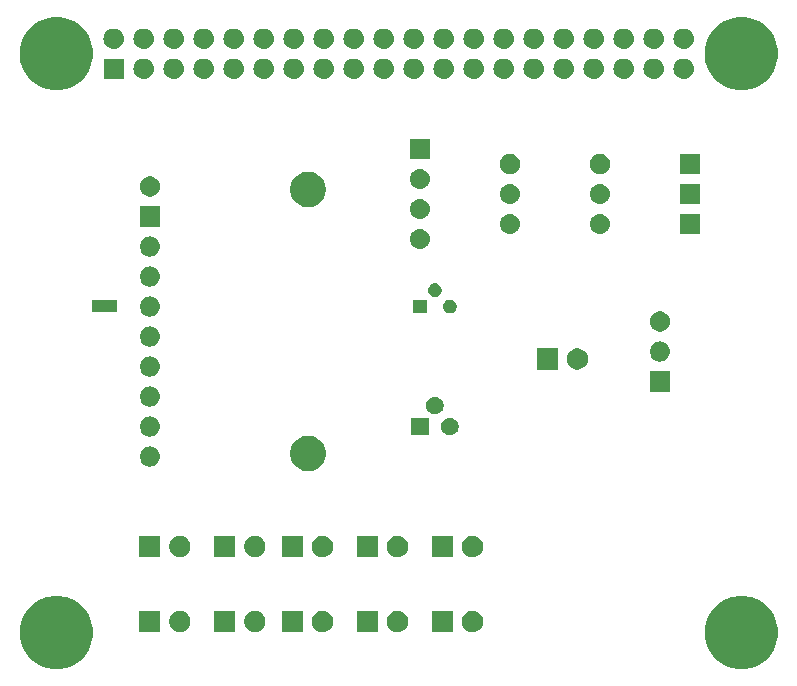
<source format=gts>
G04 #@! TF.GenerationSoftware,KiCad,Pcbnew,5.0.2-bee76a0~70~ubuntu18.04.1*
G04 #@! TF.CreationDate,2019-10-12T02:21:46+09:00*
G04 #@! TF.ProjectId,RPi_Hat,5250695f-4861-4742-9e6b-696361645f70,rev?*
G04 #@! TF.SameCoordinates,Original*
G04 #@! TF.FileFunction,Soldermask,Top*
G04 #@! TF.FilePolarity,Negative*
%FSLAX46Y46*%
G04 Gerber Fmt 4.6, Leading zero omitted, Abs format (unit mm)*
G04 Created by KiCad (PCBNEW 5.0.2-bee76a0~70~ubuntu18.04.1) date 2019年10月12日 02時21分46秒*
%MOMM*%
%LPD*%
G01*
G04 APERTURE LIST*
%ADD10C,0.100000*%
G04 APERTURE END LIST*
D10*
G36*
X82524599Y-66489421D02*
X82724237Y-66529131D01*
X83288401Y-66762815D01*
X83796135Y-67102072D01*
X84227928Y-67533865D01*
X84567185Y-68041599D01*
X84800869Y-68605763D01*
X84800869Y-68605764D01*
X84909864Y-69153717D01*
X84920000Y-69204677D01*
X84920000Y-69815323D01*
X84800869Y-70414237D01*
X84567185Y-70978401D01*
X84227928Y-71486135D01*
X83796135Y-71917928D01*
X83288401Y-72257185D01*
X82724237Y-72490869D01*
X82524599Y-72530579D01*
X82125325Y-72610000D01*
X81514675Y-72610000D01*
X81115401Y-72530579D01*
X80915763Y-72490869D01*
X80351599Y-72257185D01*
X79843865Y-71917928D01*
X79412072Y-71486135D01*
X79072815Y-70978401D01*
X78839131Y-70414237D01*
X78720000Y-69815323D01*
X78720000Y-69204677D01*
X78730137Y-69153717D01*
X78839131Y-68605764D01*
X78839131Y-68605763D01*
X79072815Y-68041599D01*
X79412072Y-67533865D01*
X79843865Y-67102072D01*
X80351599Y-66762815D01*
X80915763Y-66529131D01*
X81115401Y-66489421D01*
X81514675Y-66410000D01*
X82125325Y-66410000D01*
X82524599Y-66489421D01*
X82524599Y-66489421D01*
G37*
G36*
X24524599Y-66489421D02*
X24724237Y-66529131D01*
X25288401Y-66762815D01*
X25796135Y-67102072D01*
X26227928Y-67533865D01*
X26567185Y-68041599D01*
X26800869Y-68605763D01*
X26800869Y-68605764D01*
X26909864Y-69153717D01*
X26920000Y-69204677D01*
X26920000Y-69815323D01*
X26800869Y-70414237D01*
X26567185Y-70978401D01*
X26227928Y-71486135D01*
X25796135Y-71917928D01*
X25288401Y-72257185D01*
X24724237Y-72490869D01*
X24524599Y-72530579D01*
X24125325Y-72610000D01*
X23514675Y-72610000D01*
X23115401Y-72530579D01*
X22915763Y-72490869D01*
X22351599Y-72257185D01*
X21843865Y-71917928D01*
X21412072Y-71486135D01*
X21072815Y-70978401D01*
X20839131Y-70414237D01*
X20720000Y-69815323D01*
X20720000Y-69204677D01*
X20730137Y-69153717D01*
X20839131Y-68605764D01*
X20839131Y-68605763D01*
X21072815Y-68041599D01*
X21412072Y-67533865D01*
X21843865Y-67102072D01*
X22351599Y-66762815D01*
X22915763Y-66529131D01*
X23115401Y-66489421D01*
X23514675Y-66410000D01*
X24125325Y-66410000D01*
X24524599Y-66489421D01*
X24524599Y-66489421D01*
G37*
G36*
X32650000Y-69480000D02*
X30850000Y-69480000D01*
X30850000Y-67680000D01*
X32650000Y-67680000D01*
X32650000Y-69480000D01*
X32650000Y-69480000D01*
G37*
G36*
X34552521Y-67714586D02*
X34716309Y-67782429D01*
X34863720Y-67880926D01*
X34989074Y-68006280D01*
X35087571Y-68153691D01*
X35155414Y-68317479D01*
X35190000Y-68491356D01*
X35190000Y-68668644D01*
X35155414Y-68842521D01*
X35087571Y-69006309D01*
X34989074Y-69153720D01*
X34863720Y-69279074D01*
X34716309Y-69377571D01*
X34552521Y-69445414D01*
X34378644Y-69480000D01*
X34201356Y-69480000D01*
X34027479Y-69445414D01*
X33863691Y-69377571D01*
X33716280Y-69279074D01*
X33590926Y-69153720D01*
X33492429Y-69006309D01*
X33424586Y-68842521D01*
X33390000Y-68668644D01*
X33390000Y-68491356D01*
X33424586Y-68317479D01*
X33492429Y-68153691D01*
X33590926Y-68006280D01*
X33716280Y-67880926D01*
X33863691Y-67782429D01*
X34027479Y-67714586D01*
X34201356Y-67680000D01*
X34378644Y-67680000D01*
X34552521Y-67714586D01*
X34552521Y-67714586D01*
G37*
G36*
X39000000Y-69480000D02*
X37200000Y-69480000D01*
X37200000Y-67680000D01*
X39000000Y-67680000D01*
X39000000Y-69480000D01*
X39000000Y-69480000D01*
G37*
G36*
X40902521Y-67714586D02*
X41066309Y-67782429D01*
X41213720Y-67880926D01*
X41339074Y-68006280D01*
X41437571Y-68153691D01*
X41505414Y-68317479D01*
X41540000Y-68491356D01*
X41540000Y-68668644D01*
X41505414Y-68842521D01*
X41437571Y-69006309D01*
X41339074Y-69153720D01*
X41213720Y-69279074D01*
X41066309Y-69377571D01*
X40902521Y-69445414D01*
X40728644Y-69480000D01*
X40551356Y-69480000D01*
X40377479Y-69445414D01*
X40213691Y-69377571D01*
X40066280Y-69279074D01*
X39940926Y-69153720D01*
X39842429Y-69006309D01*
X39774586Y-68842521D01*
X39740000Y-68668644D01*
X39740000Y-68491356D01*
X39774586Y-68317479D01*
X39842429Y-68153691D01*
X39940926Y-68006280D01*
X40066280Y-67880926D01*
X40213691Y-67782429D01*
X40377479Y-67714586D01*
X40551356Y-67680000D01*
X40728644Y-67680000D01*
X40902521Y-67714586D01*
X40902521Y-67714586D01*
G37*
G36*
X44715000Y-69480000D02*
X42915000Y-69480000D01*
X42915000Y-67680000D01*
X44715000Y-67680000D01*
X44715000Y-69480000D01*
X44715000Y-69480000D01*
G37*
G36*
X46617521Y-67714586D02*
X46781309Y-67782429D01*
X46928720Y-67880926D01*
X47054074Y-68006280D01*
X47152571Y-68153691D01*
X47220414Y-68317479D01*
X47255000Y-68491356D01*
X47255000Y-68668644D01*
X47220414Y-68842521D01*
X47152571Y-69006309D01*
X47054074Y-69153720D01*
X46928720Y-69279074D01*
X46781309Y-69377571D01*
X46617521Y-69445414D01*
X46443644Y-69480000D01*
X46266356Y-69480000D01*
X46092479Y-69445414D01*
X45928691Y-69377571D01*
X45781280Y-69279074D01*
X45655926Y-69153720D01*
X45557429Y-69006309D01*
X45489586Y-68842521D01*
X45455000Y-68668644D01*
X45455000Y-68491356D01*
X45489586Y-68317479D01*
X45557429Y-68153691D01*
X45655926Y-68006280D01*
X45781280Y-67880926D01*
X45928691Y-67782429D01*
X46092479Y-67714586D01*
X46266356Y-67680000D01*
X46443644Y-67680000D01*
X46617521Y-67714586D01*
X46617521Y-67714586D01*
G37*
G36*
X51065000Y-69480000D02*
X49265000Y-69480000D01*
X49265000Y-67680000D01*
X51065000Y-67680000D01*
X51065000Y-69480000D01*
X51065000Y-69480000D01*
G37*
G36*
X52967521Y-67714586D02*
X53131309Y-67782429D01*
X53278720Y-67880926D01*
X53404074Y-68006280D01*
X53502571Y-68153691D01*
X53570414Y-68317479D01*
X53605000Y-68491356D01*
X53605000Y-68668644D01*
X53570414Y-68842521D01*
X53502571Y-69006309D01*
X53404074Y-69153720D01*
X53278720Y-69279074D01*
X53131309Y-69377571D01*
X52967521Y-69445414D01*
X52793644Y-69480000D01*
X52616356Y-69480000D01*
X52442479Y-69445414D01*
X52278691Y-69377571D01*
X52131280Y-69279074D01*
X52005926Y-69153720D01*
X51907429Y-69006309D01*
X51839586Y-68842521D01*
X51805000Y-68668644D01*
X51805000Y-68491356D01*
X51839586Y-68317479D01*
X51907429Y-68153691D01*
X52005926Y-68006280D01*
X52131280Y-67880926D01*
X52278691Y-67782429D01*
X52442479Y-67714586D01*
X52616356Y-67680000D01*
X52793644Y-67680000D01*
X52967521Y-67714586D01*
X52967521Y-67714586D01*
G37*
G36*
X57415000Y-69480000D02*
X55615000Y-69480000D01*
X55615000Y-67680000D01*
X57415000Y-67680000D01*
X57415000Y-69480000D01*
X57415000Y-69480000D01*
G37*
G36*
X59317521Y-67714586D02*
X59481309Y-67782429D01*
X59628720Y-67880926D01*
X59754074Y-68006280D01*
X59852571Y-68153691D01*
X59920414Y-68317479D01*
X59955000Y-68491356D01*
X59955000Y-68668644D01*
X59920414Y-68842521D01*
X59852571Y-69006309D01*
X59754074Y-69153720D01*
X59628720Y-69279074D01*
X59481309Y-69377571D01*
X59317521Y-69445414D01*
X59143644Y-69480000D01*
X58966356Y-69480000D01*
X58792479Y-69445414D01*
X58628691Y-69377571D01*
X58481280Y-69279074D01*
X58355926Y-69153720D01*
X58257429Y-69006309D01*
X58189586Y-68842521D01*
X58155000Y-68668644D01*
X58155000Y-68491356D01*
X58189586Y-68317479D01*
X58257429Y-68153691D01*
X58355926Y-68006280D01*
X58481280Y-67880926D01*
X58628691Y-67782429D01*
X58792479Y-67714586D01*
X58966356Y-67680000D01*
X59143644Y-67680000D01*
X59317521Y-67714586D01*
X59317521Y-67714586D01*
G37*
G36*
X32650000Y-63130000D02*
X30850000Y-63130000D01*
X30850000Y-61330000D01*
X32650000Y-61330000D01*
X32650000Y-63130000D01*
X32650000Y-63130000D01*
G37*
G36*
X59317521Y-61364586D02*
X59481309Y-61432429D01*
X59628720Y-61530926D01*
X59754074Y-61656280D01*
X59852571Y-61803691D01*
X59920414Y-61967479D01*
X59955000Y-62141356D01*
X59955000Y-62318644D01*
X59920414Y-62492521D01*
X59852571Y-62656309D01*
X59754074Y-62803720D01*
X59628720Y-62929074D01*
X59481309Y-63027571D01*
X59317521Y-63095414D01*
X59143644Y-63130000D01*
X58966356Y-63130000D01*
X58792479Y-63095414D01*
X58628691Y-63027571D01*
X58481280Y-62929074D01*
X58355926Y-62803720D01*
X58257429Y-62656309D01*
X58189586Y-62492521D01*
X58155000Y-62318644D01*
X58155000Y-62141356D01*
X58189586Y-61967479D01*
X58257429Y-61803691D01*
X58355926Y-61656280D01*
X58481280Y-61530926D01*
X58628691Y-61432429D01*
X58792479Y-61364586D01*
X58966356Y-61330000D01*
X59143644Y-61330000D01*
X59317521Y-61364586D01*
X59317521Y-61364586D01*
G37*
G36*
X57415000Y-63130000D02*
X55615000Y-63130000D01*
X55615000Y-61330000D01*
X57415000Y-61330000D01*
X57415000Y-63130000D01*
X57415000Y-63130000D01*
G37*
G36*
X51065000Y-63130000D02*
X49265000Y-63130000D01*
X49265000Y-61330000D01*
X51065000Y-61330000D01*
X51065000Y-63130000D01*
X51065000Y-63130000D01*
G37*
G36*
X52967521Y-61364586D02*
X53131309Y-61432429D01*
X53278720Y-61530926D01*
X53404074Y-61656280D01*
X53502571Y-61803691D01*
X53570414Y-61967479D01*
X53605000Y-62141356D01*
X53605000Y-62318644D01*
X53570414Y-62492521D01*
X53502571Y-62656309D01*
X53404074Y-62803720D01*
X53278720Y-62929074D01*
X53131309Y-63027571D01*
X52967521Y-63095414D01*
X52793644Y-63130000D01*
X52616356Y-63130000D01*
X52442479Y-63095414D01*
X52278691Y-63027571D01*
X52131280Y-62929074D01*
X52005926Y-62803720D01*
X51907429Y-62656309D01*
X51839586Y-62492521D01*
X51805000Y-62318644D01*
X51805000Y-62141356D01*
X51839586Y-61967479D01*
X51907429Y-61803691D01*
X52005926Y-61656280D01*
X52131280Y-61530926D01*
X52278691Y-61432429D01*
X52442479Y-61364586D01*
X52616356Y-61330000D01*
X52793644Y-61330000D01*
X52967521Y-61364586D01*
X52967521Y-61364586D01*
G37*
G36*
X44715000Y-63130000D02*
X42915000Y-63130000D01*
X42915000Y-61330000D01*
X44715000Y-61330000D01*
X44715000Y-63130000D01*
X44715000Y-63130000D01*
G37*
G36*
X46617521Y-61364586D02*
X46781309Y-61432429D01*
X46928720Y-61530926D01*
X47054074Y-61656280D01*
X47152571Y-61803691D01*
X47220414Y-61967479D01*
X47255000Y-62141356D01*
X47255000Y-62318644D01*
X47220414Y-62492521D01*
X47152571Y-62656309D01*
X47054074Y-62803720D01*
X46928720Y-62929074D01*
X46781309Y-63027571D01*
X46617521Y-63095414D01*
X46443644Y-63130000D01*
X46266356Y-63130000D01*
X46092479Y-63095414D01*
X45928691Y-63027571D01*
X45781280Y-62929074D01*
X45655926Y-62803720D01*
X45557429Y-62656309D01*
X45489586Y-62492521D01*
X45455000Y-62318644D01*
X45455000Y-62141356D01*
X45489586Y-61967479D01*
X45557429Y-61803691D01*
X45655926Y-61656280D01*
X45781280Y-61530926D01*
X45928691Y-61432429D01*
X46092479Y-61364586D01*
X46266356Y-61330000D01*
X46443644Y-61330000D01*
X46617521Y-61364586D01*
X46617521Y-61364586D01*
G37*
G36*
X34552521Y-61364586D02*
X34716309Y-61432429D01*
X34863720Y-61530926D01*
X34989074Y-61656280D01*
X35087571Y-61803691D01*
X35155414Y-61967479D01*
X35190000Y-62141356D01*
X35190000Y-62318644D01*
X35155414Y-62492521D01*
X35087571Y-62656309D01*
X34989074Y-62803720D01*
X34863720Y-62929074D01*
X34716309Y-63027571D01*
X34552521Y-63095414D01*
X34378644Y-63130000D01*
X34201356Y-63130000D01*
X34027479Y-63095414D01*
X33863691Y-63027571D01*
X33716280Y-62929074D01*
X33590926Y-62803720D01*
X33492429Y-62656309D01*
X33424586Y-62492521D01*
X33390000Y-62318644D01*
X33390000Y-62141356D01*
X33424586Y-61967479D01*
X33492429Y-61803691D01*
X33590926Y-61656280D01*
X33716280Y-61530926D01*
X33863691Y-61432429D01*
X34027479Y-61364586D01*
X34201356Y-61330000D01*
X34378644Y-61330000D01*
X34552521Y-61364586D01*
X34552521Y-61364586D01*
G37*
G36*
X39000000Y-63130000D02*
X37200000Y-63130000D01*
X37200000Y-61330000D01*
X39000000Y-61330000D01*
X39000000Y-63130000D01*
X39000000Y-63130000D01*
G37*
G36*
X40902521Y-61364586D02*
X41066309Y-61432429D01*
X41213720Y-61530926D01*
X41339074Y-61656280D01*
X41437571Y-61803691D01*
X41505414Y-61967479D01*
X41540000Y-62141356D01*
X41540000Y-62318644D01*
X41505414Y-62492521D01*
X41437571Y-62656309D01*
X41339074Y-62803720D01*
X41213720Y-62929074D01*
X41066309Y-63027571D01*
X40902521Y-63095414D01*
X40728644Y-63130000D01*
X40551356Y-63130000D01*
X40377479Y-63095414D01*
X40213691Y-63027571D01*
X40066280Y-62929074D01*
X39940926Y-62803720D01*
X39842429Y-62656309D01*
X39774586Y-62492521D01*
X39740000Y-62318644D01*
X39740000Y-62141356D01*
X39774586Y-61967479D01*
X39842429Y-61803691D01*
X39940926Y-61656280D01*
X40066280Y-61530926D01*
X40213691Y-61432429D01*
X40377479Y-61364586D01*
X40551356Y-61330000D01*
X40728644Y-61330000D01*
X40902521Y-61364586D01*
X40902521Y-61364586D01*
G37*
G36*
X45489435Y-52894429D02*
X45586034Y-52913644D01*
X45859017Y-53026717D01*
X46101420Y-53188687D01*
X46104697Y-53190876D01*
X46313624Y-53399803D01*
X46313626Y-53399806D01*
X46477783Y-53645483D01*
X46590856Y-53918466D01*
X46648500Y-54208263D01*
X46648500Y-54503737D01*
X46590856Y-54793534D01*
X46477783Y-55066517D01*
X46315813Y-55308920D01*
X46313624Y-55312197D01*
X46104697Y-55521124D01*
X46104694Y-55521126D01*
X45859017Y-55685283D01*
X45586034Y-55798356D01*
X45489435Y-55817571D01*
X45296239Y-55856000D01*
X45000761Y-55856000D01*
X44807565Y-55817571D01*
X44710966Y-55798356D01*
X44437983Y-55685283D01*
X44192306Y-55521126D01*
X44192303Y-55521124D01*
X43983376Y-55312197D01*
X43981187Y-55308920D01*
X43819217Y-55066517D01*
X43706144Y-54793534D01*
X43648500Y-54503737D01*
X43648500Y-54208263D01*
X43706144Y-53918466D01*
X43819217Y-53645483D01*
X43983374Y-53399806D01*
X43983376Y-53399803D01*
X44192303Y-53190876D01*
X44195580Y-53188687D01*
X44437983Y-53026717D01*
X44710966Y-52913644D01*
X44807565Y-52894429D01*
X45000761Y-52856000D01*
X45296239Y-52856000D01*
X45489435Y-52894429D01*
X45489435Y-52894429D01*
G37*
G36*
X31916630Y-53772299D02*
X32076855Y-53820903D01*
X32224520Y-53899831D01*
X32353949Y-54006051D01*
X32460169Y-54135480D01*
X32539097Y-54283145D01*
X32587701Y-54443370D01*
X32604112Y-54610000D01*
X32587701Y-54776630D01*
X32539097Y-54936855D01*
X32460169Y-55084520D01*
X32353949Y-55213949D01*
X32224520Y-55320169D01*
X32076855Y-55399097D01*
X31916630Y-55447701D01*
X31791752Y-55460000D01*
X31708248Y-55460000D01*
X31583370Y-55447701D01*
X31423145Y-55399097D01*
X31275480Y-55320169D01*
X31146051Y-55213949D01*
X31039831Y-55084520D01*
X30960903Y-54936855D01*
X30912299Y-54776630D01*
X30895888Y-54610000D01*
X30912299Y-54443370D01*
X30960903Y-54283145D01*
X31039831Y-54135480D01*
X31146051Y-54006051D01*
X31275480Y-53899831D01*
X31423145Y-53820903D01*
X31583370Y-53772299D01*
X31708248Y-53760000D01*
X31791752Y-53760000D01*
X31916630Y-53772299D01*
X31916630Y-53772299D01*
G37*
G36*
X31916630Y-51232299D02*
X32076855Y-51280903D01*
X32224520Y-51359831D01*
X32353949Y-51466051D01*
X32460169Y-51595480D01*
X32539097Y-51743145D01*
X32587701Y-51903370D01*
X32604112Y-52070000D01*
X32587701Y-52236630D01*
X32539097Y-52396855D01*
X32460169Y-52544520D01*
X32353949Y-52673949D01*
X32224520Y-52780169D01*
X32076855Y-52859097D01*
X31916630Y-52907701D01*
X31791752Y-52920000D01*
X31708248Y-52920000D01*
X31583370Y-52907701D01*
X31423145Y-52859097D01*
X31275480Y-52780169D01*
X31146051Y-52673949D01*
X31039831Y-52544520D01*
X30960903Y-52396855D01*
X30912299Y-52236630D01*
X30895888Y-52070000D01*
X30912299Y-51903370D01*
X30960903Y-51743145D01*
X31039831Y-51595480D01*
X31146051Y-51466051D01*
X31275480Y-51359831D01*
X31423145Y-51280903D01*
X31583370Y-51232299D01*
X31708248Y-51220000D01*
X31791752Y-51220000D01*
X31916630Y-51232299D01*
X31916630Y-51232299D01*
G37*
G36*
X55352950Y-52812950D02*
X53867050Y-52812950D01*
X53867050Y-51327050D01*
X55352950Y-51327050D01*
X55352950Y-52812950D01*
X55352950Y-52812950D01*
G37*
G36*
X57366711Y-51355600D02*
X57501919Y-51411606D01*
X57623604Y-51492913D01*
X57727087Y-51596396D01*
X57808394Y-51718081D01*
X57864400Y-51853289D01*
X57892950Y-51996824D01*
X57892950Y-52143176D01*
X57864400Y-52286711D01*
X57808394Y-52421919D01*
X57727087Y-52543604D01*
X57623604Y-52647087D01*
X57501919Y-52728394D01*
X57366711Y-52784400D01*
X57223176Y-52812950D01*
X57076824Y-52812950D01*
X56933289Y-52784400D01*
X56798081Y-52728394D01*
X56676396Y-52647087D01*
X56572913Y-52543604D01*
X56491606Y-52421919D01*
X56435600Y-52286711D01*
X56407050Y-52143176D01*
X56407050Y-51996824D01*
X56435600Y-51853289D01*
X56491606Y-51718081D01*
X56572913Y-51596396D01*
X56676396Y-51492913D01*
X56798081Y-51411606D01*
X56933289Y-51355600D01*
X57076824Y-51327050D01*
X57223176Y-51327050D01*
X57366711Y-51355600D01*
X57366711Y-51355600D01*
G37*
G36*
X56096711Y-49577600D02*
X56231919Y-49633606D01*
X56353604Y-49714913D01*
X56457087Y-49818396D01*
X56538394Y-49940081D01*
X56594400Y-50075289D01*
X56622950Y-50218824D01*
X56622950Y-50365176D01*
X56594400Y-50508711D01*
X56538394Y-50643919D01*
X56457087Y-50765604D01*
X56353604Y-50869087D01*
X56231919Y-50950394D01*
X56096711Y-51006400D01*
X55953176Y-51034950D01*
X55806824Y-51034950D01*
X55663289Y-51006400D01*
X55528081Y-50950394D01*
X55406396Y-50869087D01*
X55302913Y-50765604D01*
X55221606Y-50643919D01*
X55165600Y-50508711D01*
X55137050Y-50365176D01*
X55137050Y-50218824D01*
X55165600Y-50075289D01*
X55221606Y-49940081D01*
X55302913Y-49818396D01*
X55406396Y-49714913D01*
X55528081Y-49633606D01*
X55663289Y-49577600D01*
X55806824Y-49549050D01*
X55953176Y-49549050D01*
X56096711Y-49577600D01*
X56096711Y-49577600D01*
G37*
G36*
X31916630Y-48692299D02*
X32076855Y-48740903D01*
X32224520Y-48819831D01*
X32353949Y-48926051D01*
X32460169Y-49055480D01*
X32539097Y-49203145D01*
X32587701Y-49363370D01*
X32604112Y-49530000D01*
X32587701Y-49696630D01*
X32539097Y-49856855D01*
X32460169Y-50004520D01*
X32353949Y-50133949D01*
X32224520Y-50240169D01*
X32076855Y-50319097D01*
X31916630Y-50367701D01*
X31791752Y-50380000D01*
X31708248Y-50380000D01*
X31583370Y-50367701D01*
X31423145Y-50319097D01*
X31275480Y-50240169D01*
X31146051Y-50133949D01*
X31039831Y-50004520D01*
X30960903Y-49856855D01*
X30912299Y-49696630D01*
X30895888Y-49530000D01*
X30912299Y-49363370D01*
X30960903Y-49203145D01*
X31039831Y-49055480D01*
X31146051Y-48926051D01*
X31275480Y-48819831D01*
X31423145Y-48740903D01*
X31583370Y-48692299D01*
X31708248Y-48680000D01*
X31791752Y-48680000D01*
X31916630Y-48692299D01*
X31916630Y-48692299D01*
G37*
G36*
X75780000Y-49110000D02*
X74080000Y-49110000D01*
X74080000Y-47410000D01*
X75780000Y-47410000D01*
X75780000Y-49110000D01*
X75780000Y-49110000D01*
G37*
G36*
X31916630Y-46152299D02*
X32076855Y-46200903D01*
X32224520Y-46279831D01*
X32353949Y-46386051D01*
X32460169Y-46515480D01*
X32539097Y-46663145D01*
X32587701Y-46823370D01*
X32604112Y-46990000D01*
X32587701Y-47156630D01*
X32539097Y-47316855D01*
X32460169Y-47464520D01*
X32353949Y-47593949D01*
X32224520Y-47700169D01*
X32076855Y-47779097D01*
X31916630Y-47827701D01*
X31791752Y-47840000D01*
X31708248Y-47840000D01*
X31583370Y-47827701D01*
X31423145Y-47779097D01*
X31275480Y-47700169D01*
X31146051Y-47593949D01*
X31039831Y-47464520D01*
X30960903Y-47316855D01*
X30912299Y-47156630D01*
X30895888Y-46990000D01*
X30912299Y-46823370D01*
X30960903Y-46663145D01*
X31039831Y-46515480D01*
X31146051Y-46386051D01*
X31275480Y-46279831D01*
X31423145Y-46200903D01*
X31583370Y-46152299D01*
X31708248Y-46140000D01*
X31791752Y-46140000D01*
X31916630Y-46152299D01*
X31916630Y-46152299D01*
G37*
G36*
X68207521Y-45489586D02*
X68371309Y-45557429D01*
X68518720Y-45655926D01*
X68644074Y-45781280D01*
X68742571Y-45928691D01*
X68810414Y-46092479D01*
X68845000Y-46266356D01*
X68845000Y-46443644D01*
X68810414Y-46617521D01*
X68742571Y-46781309D01*
X68644074Y-46928720D01*
X68518720Y-47054074D01*
X68371309Y-47152571D01*
X68207521Y-47220414D01*
X68033644Y-47255000D01*
X67856356Y-47255000D01*
X67682479Y-47220414D01*
X67518691Y-47152571D01*
X67371280Y-47054074D01*
X67245926Y-46928720D01*
X67147429Y-46781309D01*
X67079586Y-46617521D01*
X67045000Y-46443644D01*
X67045000Y-46266356D01*
X67079586Y-46092479D01*
X67147429Y-45928691D01*
X67245926Y-45781280D01*
X67371280Y-45655926D01*
X67518691Y-45557429D01*
X67682479Y-45489586D01*
X67856356Y-45455000D01*
X68033644Y-45455000D01*
X68207521Y-45489586D01*
X68207521Y-45489586D01*
G37*
G36*
X66305000Y-47255000D02*
X64505000Y-47255000D01*
X64505000Y-45455000D01*
X66305000Y-45455000D01*
X66305000Y-47255000D01*
X66305000Y-47255000D01*
G37*
G36*
X75096630Y-44882299D02*
X75256855Y-44930903D01*
X75404520Y-45009831D01*
X75533949Y-45116051D01*
X75640169Y-45245480D01*
X75719097Y-45393145D01*
X75767701Y-45553370D01*
X75784112Y-45720000D01*
X75767701Y-45886630D01*
X75719097Y-46046855D01*
X75640169Y-46194520D01*
X75533949Y-46323949D01*
X75404520Y-46430169D01*
X75256855Y-46509097D01*
X75096630Y-46557701D01*
X74971752Y-46570000D01*
X74888248Y-46570000D01*
X74763370Y-46557701D01*
X74603145Y-46509097D01*
X74455480Y-46430169D01*
X74326051Y-46323949D01*
X74219831Y-46194520D01*
X74140903Y-46046855D01*
X74092299Y-45886630D01*
X74075888Y-45720000D01*
X74092299Y-45553370D01*
X74140903Y-45393145D01*
X74219831Y-45245480D01*
X74326051Y-45116051D01*
X74455480Y-45009831D01*
X74603145Y-44930903D01*
X74763370Y-44882299D01*
X74888248Y-44870000D01*
X74971752Y-44870000D01*
X75096630Y-44882299D01*
X75096630Y-44882299D01*
G37*
G36*
X31916630Y-43612299D02*
X32076855Y-43660903D01*
X32224520Y-43739831D01*
X32353949Y-43846051D01*
X32460169Y-43975480D01*
X32539097Y-44123145D01*
X32587701Y-44283370D01*
X32604112Y-44450000D01*
X32587701Y-44616630D01*
X32539097Y-44776855D01*
X32460169Y-44924520D01*
X32353949Y-45053949D01*
X32224520Y-45160169D01*
X32076855Y-45239097D01*
X31916630Y-45287701D01*
X31791752Y-45300000D01*
X31708248Y-45300000D01*
X31583370Y-45287701D01*
X31423145Y-45239097D01*
X31275480Y-45160169D01*
X31146051Y-45053949D01*
X31039831Y-44924520D01*
X30960903Y-44776855D01*
X30912299Y-44616630D01*
X30895888Y-44450000D01*
X30912299Y-44283370D01*
X30960903Y-44123145D01*
X31039831Y-43975480D01*
X31146051Y-43846051D01*
X31275480Y-43739831D01*
X31423145Y-43660903D01*
X31583370Y-43612299D01*
X31708248Y-43600000D01*
X31791752Y-43600000D01*
X31916630Y-43612299D01*
X31916630Y-43612299D01*
G37*
G36*
X75177934Y-42362664D02*
X75332627Y-42426740D01*
X75471847Y-42519764D01*
X75590236Y-42638153D01*
X75683260Y-42777373D01*
X75747336Y-42932066D01*
X75780000Y-43096281D01*
X75780000Y-43263719D01*
X75747336Y-43427934D01*
X75683260Y-43582627D01*
X75590236Y-43721847D01*
X75471847Y-43840236D01*
X75332627Y-43933260D01*
X75177934Y-43997336D01*
X75013719Y-44030000D01*
X74846281Y-44030000D01*
X74682066Y-43997336D01*
X74527373Y-43933260D01*
X74388153Y-43840236D01*
X74269764Y-43721847D01*
X74176740Y-43582627D01*
X74112664Y-43427934D01*
X74080000Y-43263719D01*
X74080000Y-43096281D01*
X74112664Y-42932066D01*
X74176740Y-42777373D01*
X74269764Y-42638153D01*
X74388153Y-42519764D01*
X74527373Y-42426740D01*
X74682066Y-42362664D01*
X74846281Y-42330000D01*
X75013719Y-42330000D01*
X75177934Y-42362664D01*
X75177934Y-42362664D01*
G37*
G36*
X31916630Y-41072299D02*
X32076855Y-41120903D01*
X32224520Y-41199831D01*
X32353949Y-41306051D01*
X32460169Y-41435480D01*
X32539097Y-41583145D01*
X32587701Y-41743370D01*
X32604112Y-41910000D01*
X32587701Y-42076630D01*
X32539097Y-42236855D01*
X32460169Y-42384520D01*
X32353949Y-42513949D01*
X32224520Y-42620169D01*
X32076855Y-42699097D01*
X31916630Y-42747701D01*
X31791752Y-42760000D01*
X31708248Y-42760000D01*
X31583370Y-42747701D01*
X31423145Y-42699097D01*
X31275480Y-42620169D01*
X31146051Y-42513949D01*
X31039831Y-42384520D01*
X30960903Y-42236855D01*
X30912299Y-42076630D01*
X30895888Y-41910000D01*
X30912299Y-41743370D01*
X30960903Y-41583145D01*
X31039831Y-41435480D01*
X31146051Y-41306051D01*
X31275480Y-41199831D01*
X31423145Y-41120903D01*
X31583370Y-41072299D01*
X31708248Y-41060000D01*
X31791752Y-41060000D01*
X31916630Y-41072299D01*
X31916630Y-41072299D01*
G37*
G36*
X55190000Y-42490000D02*
X54030000Y-42490000D01*
X54030000Y-41330000D01*
X55190000Y-41330000D01*
X55190000Y-42490000D01*
X55190000Y-42490000D01*
G37*
G36*
X57319180Y-41352289D02*
X57424734Y-41396011D01*
X57519729Y-41459485D01*
X57600515Y-41540271D01*
X57663989Y-41635266D01*
X57707711Y-41740820D01*
X57730000Y-41852874D01*
X57730000Y-41967126D01*
X57707711Y-42079180D01*
X57663989Y-42184734D01*
X57600515Y-42279729D01*
X57519729Y-42360515D01*
X57424734Y-42423989D01*
X57319180Y-42467711D01*
X57207126Y-42490000D01*
X57092874Y-42490000D01*
X56980820Y-42467711D01*
X56875266Y-42423989D01*
X56780271Y-42360515D01*
X56699485Y-42279729D01*
X56636011Y-42184734D01*
X56592289Y-42079180D01*
X56570000Y-41967126D01*
X56570000Y-41852874D01*
X56592289Y-41740820D01*
X56636011Y-41635266D01*
X56699485Y-41540271D01*
X56780271Y-41459485D01*
X56875266Y-41396011D01*
X56980820Y-41352289D01*
X57092874Y-41330000D01*
X57207126Y-41330000D01*
X57319180Y-41352289D01*
X57319180Y-41352289D01*
G37*
G36*
X27835066Y-41349685D02*
X27858515Y-41356798D01*
X27882901Y-41359200D01*
X28982849Y-41359200D01*
X28980715Y-41363192D01*
X28973602Y-41386641D01*
X28971200Y-41411027D01*
X28971200Y-42307373D01*
X28973602Y-42331759D01*
X28980715Y-42355208D01*
X28982849Y-42359200D01*
X27955000Y-42359200D01*
X27930614Y-42361602D01*
X27907165Y-42368715D01*
X27896155Y-42374600D01*
X27867501Y-42374600D01*
X27843115Y-42377002D01*
X27831200Y-42380616D01*
X27819285Y-42377002D01*
X27794899Y-42374600D01*
X26830000Y-42374600D01*
X26830000Y-41374600D01*
X27258171Y-41374600D01*
X27282556Y-41372198D01*
X27320754Y-41364600D01*
X27419246Y-41364600D01*
X27457444Y-41372198D01*
X27481829Y-41374600D01*
X27684773Y-41374600D01*
X27709159Y-41372198D01*
X27732608Y-41365085D01*
X27743618Y-41359200D01*
X27779499Y-41359200D01*
X27803885Y-41356798D01*
X27827334Y-41349685D01*
X27831200Y-41347619D01*
X27835066Y-41349685D01*
X27835066Y-41349685D01*
G37*
G36*
X56049180Y-39955289D02*
X56154734Y-39999011D01*
X56249729Y-40062485D01*
X56330515Y-40143271D01*
X56393989Y-40238266D01*
X56437711Y-40343820D01*
X56460000Y-40455874D01*
X56460000Y-40570126D01*
X56437711Y-40682180D01*
X56393989Y-40787734D01*
X56330515Y-40882729D01*
X56249729Y-40963515D01*
X56154734Y-41026989D01*
X56049180Y-41070711D01*
X55937126Y-41093000D01*
X55822874Y-41093000D01*
X55710820Y-41070711D01*
X55605266Y-41026989D01*
X55510271Y-40963515D01*
X55429485Y-40882729D01*
X55366011Y-40787734D01*
X55322289Y-40682180D01*
X55300000Y-40570126D01*
X55300000Y-40455874D01*
X55322289Y-40343820D01*
X55366011Y-40238266D01*
X55429485Y-40143271D01*
X55510271Y-40062485D01*
X55605266Y-39999011D01*
X55710820Y-39955289D01*
X55822874Y-39933000D01*
X55937126Y-39933000D01*
X56049180Y-39955289D01*
X56049180Y-39955289D01*
G37*
G36*
X31916630Y-38532299D02*
X32076855Y-38580903D01*
X32224520Y-38659831D01*
X32353949Y-38766051D01*
X32460169Y-38895480D01*
X32539097Y-39043145D01*
X32587701Y-39203370D01*
X32604112Y-39370000D01*
X32587701Y-39536630D01*
X32539097Y-39696855D01*
X32460169Y-39844520D01*
X32353949Y-39973949D01*
X32224520Y-40080169D01*
X32076855Y-40159097D01*
X31916630Y-40207701D01*
X31791752Y-40220000D01*
X31708248Y-40220000D01*
X31583370Y-40207701D01*
X31423145Y-40159097D01*
X31275480Y-40080169D01*
X31146051Y-39973949D01*
X31039831Y-39844520D01*
X30960903Y-39696855D01*
X30912299Y-39536630D01*
X30895888Y-39370000D01*
X30912299Y-39203370D01*
X30960903Y-39043145D01*
X31039831Y-38895480D01*
X31146051Y-38766051D01*
X31275480Y-38659831D01*
X31423145Y-38580903D01*
X31583370Y-38532299D01*
X31708248Y-38520000D01*
X31791752Y-38520000D01*
X31916630Y-38532299D01*
X31916630Y-38532299D01*
G37*
G36*
X31916630Y-35992299D02*
X32076855Y-36040903D01*
X32224520Y-36119831D01*
X32353949Y-36226051D01*
X32460169Y-36355480D01*
X32539097Y-36503145D01*
X32587701Y-36663370D01*
X32604112Y-36830000D01*
X32587701Y-36996630D01*
X32539097Y-37156855D01*
X32460169Y-37304520D01*
X32353949Y-37433949D01*
X32224520Y-37540169D01*
X32076855Y-37619097D01*
X31916630Y-37667701D01*
X31791752Y-37680000D01*
X31708248Y-37680000D01*
X31583370Y-37667701D01*
X31423145Y-37619097D01*
X31275480Y-37540169D01*
X31146051Y-37433949D01*
X31039831Y-37304520D01*
X30960903Y-37156855D01*
X30912299Y-36996630D01*
X30895888Y-36830000D01*
X30912299Y-36663370D01*
X30960903Y-36503145D01*
X31039831Y-36355480D01*
X31146051Y-36226051D01*
X31275480Y-36119831D01*
X31423145Y-36040903D01*
X31583370Y-35992299D01*
X31708248Y-35980000D01*
X31791752Y-35980000D01*
X31916630Y-35992299D01*
X31916630Y-35992299D01*
G37*
G36*
X54776630Y-35357299D02*
X54936855Y-35405903D01*
X55084520Y-35484831D01*
X55213949Y-35591051D01*
X55320169Y-35720480D01*
X55399097Y-35868145D01*
X55447701Y-36028370D01*
X55464112Y-36195000D01*
X55447701Y-36361630D01*
X55399097Y-36521855D01*
X55320169Y-36669520D01*
X55213949Y-36798949D01*
X55084520Y-36905169D01*
X54936855Y-36984097D01*
X54776630Y-37032701D01*
X54651752Y-37045000D01*
X54568248Y-37045000D01*
X54443370Y-37032701D01*
X54283145Y-36984097D01*
X54135480Y-36905169D01*
X54006051Y-36798949D01*
X53899831Y-36669520D01*
X53820903Y-36521855D01*
X53772299Y-36361630D01*
X53755888Y-36195000D01*
X53772299Y-36028370D01*
X53820903Y-35868145D01*
X53899831Y-35720480D01*
X54006051Y-35591051D01*
X54135480Y-35484831D01*
X54283145Y-35405903D01*
X54443370Y-35357299D01*
X54568248Y-35345000D01*
X54651752Y-35345000D01*
X54776630Y-35357299D01*
X54776630Y-35357299D01*
G37*
G36*
X62396630Y-34087299D02*
X62556855Y-34135903D01*
X62704520Y-34214831D01*
X62833949Y-34321051D01*
X62940169Y-34450480D01*
X63019097Y-34598145D01*
X63067701Y-34758370D01*
X63084112Y-34925000D01*
X63067701Y-35091630D01*
X63019097Y-35251855D01*
X62940169Y-35399520D01*
X62833949Y-35528949D01*
X62704520Y-35635169D01*
X62556855Y-35714097D01*
X62396630Y-35762701D01*
X62271752Y-35775000D01*
X62188248Y-35775000D01*
X62063370Y-35762701D01*
X61903145Y-35714097D01*
X61755480Y-35635169D01*
X61626051Y-35528949D01*
X61519831Y-35399520D01*
X61440903Y-35251855D01*
X61392299Y-35091630D01*
X61375888Y-34925000D01*
X61392299Y-34758370D01*
X61440903Y-34598145D01*
X61519831Y-34450480D01*
X61626051Y-34321051D01*
X61755480Y-34214831D01*
X61903145Y-34135903D01*
X62063370Y-34087299D01*
X62188248Y-34075000D01*
X62271752Y-34075000D01*
X62396630Y-34087299D01*
X62396630Y-34087299D01*
G37*
G36*
X70016630Y-34087299D02*
X70176855Y-34135903D01*
X70324520Y-34214831D01*
X70453949Y-34321051D01*
X70560169Y-34450480D01*
X70639097Y-34598145D01*
X70687701Y-34758370D01*
X70704112Y-34925000D01*
X70687701Y-35091630D01*
X70639097Y-35251855D01*
X70560169Y-35399520D01*
X70453949Y-35528949D01*
X70324520Y-35635169D01*
X70176855Y-35714097D01*
X70016630Y-35762701D01*
X69891752Y-35775000D01*
X69808248Y-35775000D01*
X69683370Y-35762701D01*
X69523145Y-35714097D01*
X69375480Y-35635169D01*
X69246051Y-35528949D01*
X69139831Y-35399520D01*
X69060903Y-35251855D01*
X69012299Y-35091630D01*
X68995888Y-34925000D01*
X69012299Y-34758370D01*
X69060903Y-34598145D01*
X69139831Y-34450480D01*
X69246051Y-34321051D01*
X69375480Y-34214831D01*
X69523145Y-34135903D01*
X69683370Y-34087299D01*
X69808248Y-34075000D01*
X69891752Y-34075000D01*
X70016630Y-34087299D01*
X70016630Y-34087299D01*
G37*
G36*
X78320000Y-35775000D02*
X76620000Y-35775000D01*
X76620000Y-34075000D01*
X78320000Y-34075000D01*
X78320000Y-35775000D01*
X78320000Y-35775000D01*
G37*
G36*
X32600000Y-35140000D02*
X30900000Y-35140000D01*
X30900000Y-33440000D01*
X32600000Y-33440000D01*
X32600000Y-35140000D01*
X32600000Y-35140000D01*
G37*
G36*
X54776630Y-32817299D02*
X54936855Y-32865903D01*
X55084520Y-32944831D01*
X55213949Y-33051051D01*
X55320169Y-33180480D01*
X55399097Y-33328145D01*
X55447701Y-33488370D01*
X55464112Y-33655000D01*
X55447701Y-33821630D01*
X55399097Y-33981855D01*
X55320169Y-34129520D01*
X55213949Y-34258949D01*
X55084520Y-34365169D01*
X54936855Y-34444097D01*
X54776630Y-34492701D01*
X54651752Y-34505000D01*
X54568248Y-34505000D01*
X54443370Y-34492701D01*
X54283145Y-34444097D01*
X54135480Y-34365169D01*
X54006051Y-34258949D01*
X53899831Y-34129520D01*
X53820903Y-33981855D01*
X53772299Y-33821630D01*
X53755888Y-33655000D01*
X53772299Y-33488370D01*
X53820903Y-33328145D01*
X53899831Y-33180480D01*
X54006051Y-33051051D01*
X54135480Y-32944831D01*
X54283145Y-32865903D01*
X54443370Y-32817299D01*
X54568248Y-32805000D01*
X54651752Y-32805000D01*
X54776630Y-32817299D01*
X54776630Y-32817299D01*
G37*
G36*
X45489435Y-30542429D02*
X45586034Y-30561644D01*
X45859017Y-30674717D01*
X45889372Y-30695000D01*
X46104697Y-30838876D01*
X46313624Y-31047803D01*
X46313626Y-31047806D01*
X46477783Y-31293483D01*
X46590856Y-31566466D01*
X46595442Y-31589520D01*
X46648500Y-31856261D01*
X46648500Y-32151739D01*
X46610071Y-32344935D01*
X46590856Y-32441534D01*
X46477783Y-32714517D01*
X46323891Y-32944831D01*
X46313624Y-32960197D01*
X46104697Y-33169124D01*
X46104694Y-33169126D01*
X45859017Y-33333283D01*
X45586034Y-33446356D01*
X45489435Y-33465571D01*
X45296239Y-33504000D01*
X45000761Y-33504000D01*
X44807565Y-33465571D01*
X44710966Y-33446356D01*
X44437983Y-33333283D01*
X44192306Y-33169126D01*
X44192303Y-33169124D01*
X43983376Y-32960197D01*
X43973109Y-32944831D01*
X43819217Y-32714517D01*
X43706144Y-32441534D01*
X43686929Y-32344935D01*
X43648500Y-32151739D01*
X43648500Y-31856261D01*
X43701558Y-31589520D01*
X43706144Y-31566466D01*
X43819217Y-31293483D01*
X43983374Y-31047806D01*
X43983376Y-31047803D01*
X44192303Y-30838876D01*
X44407628Y-30695000D01*
X44437983Y-30674717D01*
X44710966Y-30561644D01*
X44807565Y-30542429D01*
X45000761Y-30504000D01*
X45296239Y-30504000D01*
X45489435Y-30542429D01*
X45489435Y-30542429D01*
G37*
G36*
X78320000Y-33235000D02*
X76620000Y-33235000D01*
X76620000Y-31535000D01*
X78320000Y-31535000D01*
X78320000Y-33235000D01*
X78320000Y-33235000D01*
G37*
G36*
X70016630Y-31547299D02*
X70176855Y-31595903D01*
X70324520Y-31674831D01*
X70453949Y-31781051D01*
X70560169Y-31910480D01*
X70639097Y-32058145D01*
X70687701Y-32218370D01*
X70704112Y-32385000D01*
X70687701Y-32551630D01*
X70639097Y-32711855D01*
X70560169Y-32859520D01*
X70453949Y-32988949D01*
X70324520Y-33095169D01*
X70176855Y-33174097D01*
X70016630Y-33222701D01*
X69891752Y-33235000D01*
X69808248Y-33235000D01*
X69683370Y-33222701D01*
X69523145Y-33174097D01*
X69375480Y-33095169D01*
X69246051Y-32988949D01*
X69139831Y-32859520D01*
X69060903Y-32711855D01*
X69012299Y-32551630D01*
X68995888Y-32385000D01*
X69012299Y-32218370D01*
X69060903Y-32058145D01*
X69139831Y-31910480D01*
X69246051Y-31781051D01*
X69375480Y-31674831D01*
X69523145Y-31595903D01*
X69683370Y-31547299D01*
X69808248Y-31535000D01*
X69891752Y-31535000D01*
X70016630Y-31547299D01*
X70016630Y-31547299D01*
G37*
G36*
X62396630Y-31547299D02*
X62556855Y-31595903D01*
X62704520Y-31674831D01*
X62833949Y-31781051D01*
X62940169Y-31910480D01*
X63019097Y-32058145D01*
X63067701Y-32218370D01*
X63084112Y-32385000D01*
X63067701Y-32551630D01*
X63019097Y-32711855D01*
X62940169Y-32859520D01*
X62833949Y-32988949D01*
X62704520Y-33095169D01*
X62556855Y-33174097D01*
X62396630Y-33222701D01*
X62271752Y-33235000D01*
X62188248Y-33235000D01*
X62063370Y-33222701D01*
X61903145Y-33174097D01*
X61755480Y-33095169D01*
X61626051Y-32988949D01*
X61519831Y-32859520D01*
X61440903Y-32711855D01*
X61392299Y-32551630D01*
X61375888Y-32385000D01*
X61392299Y-32218370D01*
X61440903Y-32058145D01*
X61519831Y-31910480D01*
X61626051Y-31781051D01*
X61755480Y-31674831D01*
X61903145Y-31595903D01*
X62063370Y-31547299D01*
X62188248Y-31535000D01*
X62271752Y-31535000D01*
X62396630Y-31547299D01*
X62396630Y-31547299D01*
G37*
G36*
X31997934Y-30932664D02*
X32152627Y-30996740D01*
X32291847Y-31089764D01*
X32410236Y-31208153D01*
X32503260Y-31347373D01*
X32567336Y-31502066D01*
X32600000Y-31666281D01*
X32600000Y-31833719D01*
X32567336Y-31997934D01*
X32503260Y-32152627D01*
X32410236Y-32291847D01*
X32291847Y-32410236D01*
X32152627Y-32503260D01*
X31997934Y-32567336D01*
X31833719Y-32600000D01*
X31666281Y-32600000D01*
X31502066Y-32567336D01*
X31347373Y-32503260D01*
X31208153Y-32410236D01*
X31089764Y-32291847D01*
X30996740Y-32152627D01*
X30932664Y-31997934D01*
X30900000Y-31833719D01*
X30900000Y-31666281D01*
X30932664Y-31502066D01*
X30996740Y-31347373D01*
X31089764Y-31208153D01*
X31208153Y-31089764D01*
X31347373Y-30996740D01*
X31502066Y-30932664D01*
X31666281Y-30900000D01*
X31833719Y-30900000D01*
X31997934Y-30932664D01*
X31997934Y-30932664D01*
G37*
G36*
X54776630Y-30277299D02*
X54936855Y-30325903D01*
X55084520Y-30404831D01*
X55213949Y-30511051D01*
X55320169Y-30640480D01*
X55399097Y-30788145D01*
X55447701Y-30948370D01*
X55464112Y-31115000D01*
X55447701Y-31281630D01*
X55399097Y-31441855D01*
X55320169Y-31589520D01*
X55213949Y-31718949D01*
X55084520Y-31825169D01*
X54936855Y-31904097D01*
X54776630Y-31952701D01*
X54651752Y-31965000D01*
X54568248Y-31965000D01*
X54443370Y-31952701D01*
X54283145Y-31904097D01*
X54135480Y-31825169D01*
X54006051Y-31718949D01*
X53899831Y-31589520D01*
X53820903Y-31441855D01*
X53772299Y-31281630D01*
X53755888Y-31115000D01*
X53772299Y-30948370D01*
X53820903Y-30788145D01*
X53899831Y-30640480D01*
X54006051Y-30511051D01*
X54135480Y-30404831D01*
X54283145Y-30325903D01*
X54443370Y-30277299D01*
X54568248Y-30265000D01*
X54651752Y-30265000D01*
X54776630Y-30277299D01*
X54776630Y-30277299D01*
G37*
G36*
X70097934Y-29027664D02*
X70252627Y-29091740D01*
X70391847Y-29184764D01*
X70510236Y-29303153D01*
X70603260Y-29442373D01*
X70667336Y-29597066D01*
X70700000Y-29761281D01*
X70700000Y-29928719D01*
X70667336Y-30092934D01*
X70603260Y-30247627D01*
X70510236Y-30386847D01*
X70391847Y-30505236D01*
X70252627Y-30598260D01*
X70097934Y-30662336D01*
X69933719Y-30695000D01*
X69766281Y-30695000D01*
X69602066Y-30662336D01*
X69447373Y-30598260D01*
X69308153Y-30505236D01*
X69189764Y-30386847D01*
X69096740Y-30247627D01*
X69032664Y-30092934D01*
X69000000Y-29928719D01*
X69000000Y-29761281D01*
X69032664Y-29597066D01*
X69096740Y-29442373D01*
X69189764Y-29303153D01*
X69308153Y-29184764D01*
X69447373Y-29091740D01*
X69602066Y-29027664D01*
X69766281Y-28995000D01*
X69933719Y-28995000D01*
X70097934Y-29027664D01*
X70097934Y-29027664D01*
G37*
G36*
X62477934Y-29027664D02*
X62632627Y-29091740D01*
X62771847Y-29184764D01*
X62890236Y-29303153D01*
X62983260Y-29442373D01*
X63047336Y-29597066D01*
X63080000Y-29761281D01*
X63080000Y-29928719D01*
X63047336Y-30092934D01*
X62983260Y-30247627D01*
X62890236Y-30386847D01*
X62771847Y-30505236D01*
X62632627Y-30598260D01*
X62477934Y-30662336D01*
X62313719Y-30695000D01*
X62146281Y-30695000D01*
X61982066Y-30662336D01*
X61827373Y-30598260D01*
X61688153Y-30505236D01*
X61569764Y-30386847D01*
X61476740Y-30247627D01*
X61412664Y-30092934D01*
X61380000Y-29928719D01*
X61380000Y-29761281D01*
X61412664Y-29597066D01*
X61476740Y-29442373D01*
X61569764Y-29303153D01*
X61688153Y-29184764D01*
X61827373Y-29091740D01*
X61982066Y-29027664D01*
X62146281Y-28995000D01*
X62313719Y-28995000D01*
X62477934Y-29027664D01*
X62477934Y-29027664D01*
G37*
G36*
X78320000Y-30695000D02*
X76620000Y-30695000D01*
X76620000Y-28995000D01*
X78320000Y-28995000D01*
X78320000Y-30695000D01*
X78320000Y-30695000D01*
G37*
G36*
X55460000Y-29425000D02*
X53760000Y-29425000D01*
X53760000Y-27725000D01*
X55460000Y-27725000D01*
X55460000Y-29425000D01*
X55460000Y-29425000D01*
G37*
G36*
X24524599Y-17489421D02*
X24724237Y-17529131D01*
X25288401Y-17762815D01*
X25796135Y-18102072D01*
X26227928Y-18533865D01*
X26567185Y-19041599D01*
X26786920Y-19572088D01*
X26800869Y-19605764D01*
X26920000Y-20204675D01*
X26920000Y-20815325D01*
X26850169Y-21166388D01*
X26800869Y-21414237D01*
X26567185Y-21978401D01*
X26227928Y-22486135D01*
X25796135Y-22917928D01*
X25288401Y-23257185D01*
X24724237Y-23490869D01*
X24524599Y-23530579D01*
X24125325Y-23610000D01*
X23514675Y-23610000D01*
X23115401Y-23530579D01*
X22915763Y-23490869D01*
X22351599Y-23257185D01*
X21843865Y-22917928D01*
X21412072Y-22486135D01*
X21072815Y-21978401D01*
X20839131Y-21414237D01*
X20789831Y-21166388D01*
X20720000Y-20815325D01*
X20720000Y-20204675D01*
X20839131Y-19605764D01*
X20853080Y-19572088D01*
X21072815Y-19041599D01*
X21412072Y-18533865D01*
X21843865Y-18102072D01*
X22351599Y-17762815D01*
X22915763Y-17529131D01*
X23115401Y-17489421D01*
X23514675Y-17410000D01*
X24125325Y-17410000D01*
X24524599Y-17489421D01*
X24524599Y-17489421D01*
G37*
G36*
X82524599Y-17489421D02*
X82724237Y-17529131D01*
X83288401Y-17762815D01*
X83796135Y-18102072D01*
X84227928Y-18533865D01*
X84567185Y-19041599D01*
X84786920Y-19572088D01*
X84800869Y-19605764D01*
X84920000Y-20204675D01*
X84920000Y-20815325D01*
X84850169Y-21166388D01*
X84800869Y-21414237D01*
X84567185Y-21978401D01*
X84227928Y-22486135D01*
X83796135Y-22917928D01*
X83288401Y-23257185D01*
X82724237Y-23490869D01*
X82524599Y-23530579D01*
X82125325Y-23610000D01*
X81514675Y-23610000D01*
X81115401Y-23530579D01*
X80915763Y-23490869D01*
X80351599Y-23257185D01*
X79843865Y-22917928D01*
X79412072Y-22486135D01*
X79072815Y-21978401D01*
X78839131Y-21414237D01*
X78789831Y-21166388D01*
X78720000Y-20815325D01*
X78720000Y-20204675D01*
X78839131Y-19605764D01*
X78853080Y-19572088D01*
X79072815Y-19041599D01*
X79412072Y-18533865D01*
X79843865Y-18102072D01*
X80351599Y-17762815D01*
X80915763Y-17529131D01*
X81115401Y-17489421D01*
X81514675Y-17410000D01*
X82125325Y-17410000D01*
X82524599Y-17489421D01*
X82524599Y-17489421D01*
G37*
G36*
X29553600Y-22643600D02*
X27826400Y-22643600D01*
X27826400Y-20916400D01*
X29553600Y-20916400D01*
X29553600Y-22643600D01*
X29553600Y-22643600D01*
G37*
G36*
X64334712Y-20920565D02*
X64419295Y-20928896D01*
X64539727Y-20965429D01*
X64582088Y-20978279D01*
X64732112Y-21058468D01*
X64863612Y-21166388D01*
X64971532Y-21297888D01*
X65051721Y-21447912D01*
X65051722Y-21447916D01*
X65101104Y-21610705D01*
X65117778Y-21780000D01*
X65101104Y-21949295D01*
X65064571Y-22069727D01*
X65051721Y-22112088D01*
X64971532Y-22262112D01*
X64863612Y-22393612D01*
X64732112Y-22501532D01*
X64582088Y-22581721D01*
X64539727Y-22594571D01*
X64419295Y-22631104D01*
X64334712Y-22639435D01*
X64292421Y-22643600D01*
X64207579Y-22643600D01*
X64165288Y-22639435D01*
X64080705Y-22631104D01*
X63960273Y-22594571D01*
X63917912Y-22581721D01*
X63767888Y-22501532D01*
X63636388Y-22393612D01*
X63528468Y-22262112D01*
X63448279Y-22112088D01*
X63435429Y-22069727D01*
X63398896Y-21949295D01*
X63382222Y-21780000D01*
X63398896Y-21610705D01*
X63448278Y-21447916D01*
X63448279Y-21447912D01*
X63528468Y-21297888D01*
X63636388Y-21166388D01*
X63767888Y-21058468D01*
X63917912Y-20978279D01*
X63960273Y-20965429D01*
X64080705Y-20928896D01*
X64165288Y-20920565D01*
X64207579Y-20916400D01*
X64292421Y-20916400D01*
X64334712Y-20920565D01*
X64334712Y-20920565D01*
G37*
G36*
X54174712Y-20920565D02*
X54259295Y-20928896D01*
X54379727Y-20965429D01*
X54422088Y-20978279D01*
X54572112Y-21058468D01*
X54703612Y-21166388D01*
X54811532Y-21297888D01*
X54891721Y-21447912D01*
X54891722Y-21447916D01*
X54941104Y-21610705D01*
X54957778Y-21780000D01*
X54941104Y-21949295D01*
X54904571Y-22069727D01*
X54891721Y-22112088D01*
X54811532Y-22262112D01*
X54703612Y-22393612D01*
X54572112Y-22501532D01*
X54422088Y-22581721D01*
X54379727Y-22594571D01*
X54259295Y-22631104D01*
X54174712Y-22639435D01*
X54132421Y-22643600D01*
X54047579Y-22643600D01*
X54005288Y-22639435D01*
X53920705Y-22631104D01*
X53800273Y-22594571D01*
X53757912Y-22581721D01*
X53607888Y-22501532D01*
X53476388Y-22393612D01*
X53368468Y-22262112D01*
X53288279Y-22112088D01*
X53275429Y-22069727D01*
X53238896Y-21949295D01*
X53222222Y-21780000D01*
X53238896Y-21610705D01*
X53288278Y-21447916D01*
X53288279Y-21447912D01*
X53368468Y-21297888D01*
X53476388Y-21166388D01*
X53607888Y-21058468D01*
X53757912Y-20978279D01*
X53800273Y-20965429D01*
X53920705Y-20928896D01*
X54005288Y-20920565D01*
X54047579Y-20916400D01*
X54132421Y-20916400D01*
X54174712Y-20920565D01*
X54174712Y-20920565D01*
G37*
G36*
X56714712Y-20920565D02*
X56799295Y-20928896D01*
X56919727Y-20965429D01*
X56962088Y-20978279D01*
X57112112Y-21058468D01*
X57243612Y-21166388D01*
X57351532Y-21297888D01*
X57431721Y-21447912D01*
X57431722Y-21447916D01*
X57481104Y-21610705D01*
X57497778Y-21780000D01*
X57481104Y-21949295D01*
X57444571Y-22069727D01*
X57431721Y-22112088D01*
X57351532Y-22262112D01*
X57243612Y-22393612D01*
X57112112Y-22501532D01*
X56962088Y-22581721D01*
X56919727Y-22594571D01*
X56799295Y-22631104D01*
X56714712Y-22639435D01*
X56672421Y-22643600D01*
X56587579Y-22643600D01*
X56545288Y-22639435D01*
X56460705Y-22631104D01*
X56340273Y-22594571D01*
X56297912Y-22581721D01*
X56147888Y-22501532D01*
X56016388Y-22393612D01*
X55908468Y-22262112D01*
X55828279Y-22112088D01*
X55815429Y-22069727D01*
X55778896Y-21949295D01*
X55762222Y-21780000D01*
X55778896Y-21610705D01*
X55828278Y-21447916D01*
X55828279Y-21447912D01*
X55908468Y-21297888D01*
X56016388Y-21166388D01*
X56147888Y-21058468D01*
X56297912Y-20978279D01*
X56340273Y-20965429D01*
X56460705Y-20928896D01*
X56545288Y-20920565D01*
X56587579Y-20916400D01*
X56672421Y-20916400D01*
X56714712Y-20920565D01*
X56714712Y-20920565D01*
G37*
G36*
X59254712Y-20920565D02*
X59339295Y-20928896D01*
X59459727Y-20965429D01*
X59502088Y-20978279D01*
X59652112Y-21058468D01*
X59783612Y-21166388D01*
X59891532Y-21297888D01*
X59971721Y-21447912D01*
X59971722Y-21447916D01*
X60021104Y-21610705D01*
X60037778Y-21780000D01*
X60021104Y-21949295D01*
X59984571Y-22069727D01*
X59971721Y-22112088D01*
X59891532Y-22262112D01*
X59783612Y-22393612D01*
X59652112Y-22501532D01*
X59502088Y-22581721D01*
X59459727Y-22594571D01*
X59339295Y-22631104D01*
X59254712Y-22639435D01*
X59212421Y-22643600D01*
X59127579Y-22643600D01*
X59085288Y-22639435D01*
X59000705Y-22631104D01*
X58880273Y-22594571D01*
X58837912Y-22581721D01*
X58687888Y-22501532D01*
X58556388Y-22393612D01*
X58448468Y-22262112D01*
X58368279Y-22112088D01*
X58355429Y-22069727D01*
X58318896Y-21949295D01*
X58302222Y-21780000D01*
X58318896Y-21610705D01*
X58368278Y-21447916D01*
X58368279Y-21447912D01*
X58448468Y-21297888D01*
X58556388Y-21166388D01*
X58687888Y-21058468D01*
X58837912Y-20978279D01*
X58880273Y-20965429D01*
X59000705Y-20928896D01*
X59085288Y-20920565D01*
X59127579Y-20916400D01*
X59212421Y-20916400D01*
X59254712Y-20920565D01*
X59254712Y-20920565D01*
G37*
G36*
X61794712Y-20920565D02*
X61879295Y-20928896D01*
X61999727Y-20965429D01*
X62042088Y-20978279D01*
X62192112Y-21058468D01*
X62323612Y-21166388D01*
X62431532Y-21297888D01*
X62511721Y-21447912D01*
X62511722Y-21447916D01*
X62561104Y-21610705D01*
X62577778Y-21780000D01*
X62561104Y-21949295D01*
X62524571Y-22069727D01*
X62511721Y-22112088D01*
X62431532Y-22262112D01*
X62323612Y-22393612D01*
X62192112Y-22501532D01*
X62042088Y-22581721D01*
X61999727Y-22594571D01*
X61879295Y-22631104D01*
X61794712Y-22639435D01*
X61752421Y-22643600D01*
X61667579Y-22643600D01*
X61625288Y-22639435D01*
X61540705Y-22631104D01*
X61420273Y-22594571D01*
X61377912Y-22581721D01*
X61227888Y-22501532D01*
X61096388Y-22393612D01*
X60988468Y-22262112D01*
X60908279Y-22112088D01*
X60895429Y-22069727D01*
X60858896Y-21949295D01*
X60842222Y-21780000D01*
X60858896Y-21610705D01*
X60908278Y-21447916D01*
X60908279Y-21447912D01*
X60988468Y-21297888D01*
X61096388Y-21166388D01*
X61227888Y-21058468D01*
X61377912Y-20978279D01*
X61420273Y-20965429D01*
X61540705Y-20928896D01*
X61625288Y-20920565D01*
X61667579Y-20916400D01*
X61752421Y-20916400D01*
X61794712Y-20920565D01*
X61794712Y-20920565D01*
G37*
G36*
X66874712Y-20920565D02*
X66959295Y-20928896D01*
X67079727Y-20965429D01*
X67122088Y-20978279D01*
X67272112Y-21058468D01*
X67403612Y-21166388D01*
X67511532Y-21297888D01*
X67591721Y-21447912D01*
X67591722Y-21447916D01*
X67641104Y-21610705D01*
X67657778Y-21780000D01*
X67641104Y-21949295D01*
X67604571Y-22069727D01*
X67591721Y-22112088D01*
X67511532Y-22262112D01*
X67403612Y-22393612D01*
X67272112Y-22501532D01*
X67122088Y-22581721D01*
X67079727Y-22594571D01*
X66959295Y-22631104D01*
X66874712Y-22639435D01*
X66832421Y-22643600D01*
X66747579Y-22643600D01*
X66705288Y-22639435D01*
X66620705Y-22631104D01*
X66500273Y-22594571D01*
X66457912Y-22581721D01*
X66307888Y-22501532D01*
X66176388Y-22393612D01*
X66068468Y-22262112D01*
X65988279Y-22112088D01*
X65975429Y-22069727D01*
X65938896Y-21949295D01*
X65922222Y-21780000D01*
X65938896Y-21610705D01*
X65988278Y-21447916D01*
X65988279Y-21447912D01*
X66068468Y-21297888D01*
X66176388Y-21166388D01*
X66307888Y-21058468D01*
X66457912Y-20978279D01*
X66500273Y-20965429D01*
X66620705Y-20928896D01*
X66705288Y-20920565D01*
X66747579Y-20916400D01*
X66832421Y-20916400D01*
X66874712Y-20920565D01*
X66874712Y-20920565D01*
G37*
G36*
X69414712Y-20920565D02*
X69499295Y-20928896D01*
X69619727Y-20965429D01*
X69662088Y-20978279D01*
X69812112Y-21058468D01*
X69943612Y-21166388D01*
X70051532Y-21297888D01*
X70131721Y-21447912D01*
X70131722Y-21447916D01*
X70181104Y-21610705D01*
X70197778Y-21780000D01*
X70181104Y-21949295D01*
X70144571Y-22069727D01*
X70131721Y-22112088D01*
X70051532Y-22262112D01*
X69943612Y-22393612D01*
X69812112Y-22501532D01*
X69662088Y-22581721D01*
X69619727Y-22594571D01*
X69499295Y-22631104D01*
X69414712Y-22639435D01*
X69372421Y-22643600D01*
X69287579Y-22643600D01*
X69245288Y-22639435D01*
X69160705Y-22631104D01*
X69040273Y-22594571D01*
X68997912Y-22581721D01*
X68847888Y-22501532D01*
X68716388Y-22393612D01*
X68608468Y-22262112D01*
X68528279Y-22112088D01*
X68515429Y-22069727D01*
X68478896Y-21949295D01*
X68462222Y-21780000D01*
X68478896Y-21610705D01*
X68528278Y-21447916D01*
X68528279Y-21447912D01*
X68608468Y-21297888D01*
X68716388Y-21166388D01*
X68847888Y-21058468D01*
X68997912Y-20978279D01*
X69040273Y-20965429D01*
X69160705Y-20928896D01*
X69245288Y-20920565D01*
X69287579Y-20916400D01*
X69372421Y-20916400D01*
X69414712Y-20920565D01*
X69414712Y-20920565D01*
G37*
G36*
X77034712Y-20920565D02*
X77119295Y-20928896D01*
X77239727Y-20965429D01*
X77282088Y-20978279D01*
X77432112Y-21058468D01*
X77563612Y-21166388D01*
X77671532Y-21297888D01*
X77751721Y-21447912D01*
X77751722Y-21447916D01*
X77801104Y-21610705D01*
X77817778Y-21780000D01*
X77801104Y-21949295D01*
X77764571Y-22069727D01*
X77751721Y-22112088D01*
X77671532Y-22262112D01*
X77563612Y-22393612D01*
X77432112Y-22501532D01*
X77282088Y-22581721D01*
X77239727Y-22594571D01*
X77119295Y-22631104D01*
X77034712Y-22639435D01*
X76992421Y-22643600D01*
X76907579Y-22643600D01*
X76865288Y-22639435D01*
X76780705Y-22631104D01*
X76660273Y-22594571D01*
X76617912Y-22581721D01*
X76467888Y-22501532D01*
X76336388Y-22393612D01*
X76228468Y-22262112D01*
X76148279Y-22112088D01*
X76135429Y-22069727D01*
X76098896Y-21949295D01*
X76082222Y-21780000D01*
X76098896Y-21610705D01*
X76148278Y-21447916D01*
X76148279Y-21447912D01*
X76228468Y-21297888D01*
X76336388Y-21166388D01*
X76467888Y-21058468D01*
X76617912Y-20978279D01*
X76660273Y-20965429D01*
X76780705Y-20928896D01*
X76865288Y-20920565D01*
X76907579Y-20916400D01*
X76992421Y-20916400D01*
X77034712Y-20920565D01*
X77034712Y-20920565D01*
G37*
G36*
X71954712Y-20920565D02*
X72039295Y-20928896D01*
X72159727Y-20965429D01*
X72202088Y-20978279D01*
X72352112Y-21058468D01*
X72483612Y-21166388D01*
X72591532Y-21297888D01*
X72671721Y-21447912D01*
X72671722Y-21447916D01*
X72721104Y-21610705D01*
X72737778Y-21780000D01*
X72721104Y-21949295D01*
X72684571Y-22069727D01*
X72671721Y-22112088D01*
X72591532Y-22262112D01*
X72483612Y-22393612D01*
X72352112Y-22501532D01*
X72202088Y-22581721D01*
X72159727Y-22594571D01*
X72039295Y-22631104D01*
X71954712Y-22639435D01*
X71912421Y-22643600D01*
X71827579Y-22643600D01*
X71785288Y-22639435D01*
X71700705Y-22631104D01*
X71580273Y-22594571D01*
X71537912Y-22581721D01*
X71387888Y-22501532D01*
X71256388Y-22393612D01*
X71148468Y-22262112D01*
X71068279Y-22112088D01*
X71055429Y-22069727D01*
X71018896Y-21949295D01*
X71002222Y-21780000D01*
X71018896Y-21610705D01*
X71068278Y-21447916D01*
X71068279Y-21447912D01*
X71148468Y-21297888D01*
X71256388Y-21166388D01*
X71387888Y-21058468D01*
X71537912Y-20978279D01*
X71580273Y-20965429D01*
X71700705Y-20928896D01*
X71785288Y-20920565D01*
X71827579Y-20916400D01*
X71912421Y-20916400D01*
X71954712Y-20920565D01*
X71954712Y-20920565D01*
G37*
G36*
X31314712Y-20920565D02*
X31399295Y-20928896D01*
X31519727Y-20965429D01*
X31562088Y-20978279D01*
X31712112Y-21058468D01*
X31843612Y-21166388D01*
X31951532Y-21297888D01*
X32031721Y-21447912D01*
X32031722Y-21447916D01*
X32081104Y-21610705D01*
X32097778Y-21780000D01*
X32081104Y-21949295D01*
X32044571Y-22069727D01*
X32031721Y-22112088D01*
X31951532Y-22262112D01*
X31843612Y-22393612D01*
X31712112Y-22501532D01*
X31562088Y-22581721D01*
X31519727Y-22594571D01*
X31399295Y-22631104D01*
X31314712Y-22639435D01*
X31272421Y-22643600D01*
X31187579Y-22643600D01*
X31145288Y-22639435D01*
X31060705Y-22631104D01*
X30940273Y-22594571D01*
X30897912Y-22581721D01*
X30747888Y-22501532D01*
X30616388Y-22393612D01*
X30508468Y-22262112D01*
X30428279Y-22112088D01*
X30415429Y-22069727D01*
X30378896Y-21949295D01*
X30362222Y-21780000D01*
X30378896Y-21610705D01*
X30428278Y-21447916D01*
X30428279Y-21447912D01*
X30508468Y-21297888D01*
X30616388Y-21166388D01*
X30747888Y-21058468D01*
X30897912Y-20978279D01*
X30940273Y-20965429D01*
X31060705Y-20928896D01*
X31145288Y-20920565D01*
X31187579Y-20916400D01*
X31272421Y-20916400D01*
X31314712Y-20920565D01*
X31314712Y-20920565D01*
G37*
G36*
X51634712Y-20920565D02*
X51719295Y-20928896D01*
X51839727Y-20965429D01*
X51882088Y-20978279D01*
X52032112Y-21058468D01*
X52163612Y-21166388D01*
X52271532Y-21297888D01*
X52351721Y-21447912D01*
X52351722Y-21447916D01*
X52401104Y-21610705D01*
X52417778Y-21780000D01*
X52401104Y-21949295D01*
X52364571Y-22069727D01*
X52351721Y-22112088D01*
X52271532Y-22262112D01*
X52163612Y-22393612D01*
X52032112Y-22501532D01*
X51882088Y-22581721D01*
X51839727Y-22594571D01*
X51719295Y-22631104D01*
X51634712Y-22639435D01*
X51592421Y-22643600D01*
X51507579Y-22643600D01*
X51465288Y-22639435D01*
X51380705Y-22631104D01*
X51260273Y-22594571D01*
X51217912Y-22581721D01*
X51067888Y-22501532D01*
X50936388Y-22393612D01*
X50828468Y-22262112D01*
X50748279Y-22112088D01*
X50735429Y-22069727D01*
X50698896Y-21949295D01*
X50682222Y-21780000D01*
X50698896Y-21610705D01*
X50748278Y-21447916D01*
X50748279Y-21447912D01*
X50828468Y-21297888D01*
X50936388Y-21166388D01*
X51067888Y-21058468D01*
X51217912Y-20978279D01*
X51260273Y-20965429D01*
X51380705Y-20928896D01*
X51465288Y-20920565D01*
X51507579Y-20916400D01*
X51592421Y-20916400D01*
X51634712Y-20920565D01*
X51634712Y-20920565D01*
G37*
G36*
X41474712Y-20920565D02*
X41559295Y-20928896D01*
X41679727Y-20965429D01*
X41722088Y-20978279D01*
X41872112Y-21058468D01*
X42003612Y-21166388D01*
X42111532Y-21297888D01*
X42191721Y-21447912D01*
X42191722Y-21447916D01*
X42241104Y-21610705D01*
X42257778Y-21780000D01*
X42241104Y-21949295D01*
X42204571Y-22069727D01*
X42191721Y-22112088D01*
X42111532Y-22262112D01*
X42003612Y-22393612D01*
X41872112Y-22501532D01*
X41722088Y-22581721D01*
X41679727Y-22594571D01*
X41559295Y-22631104D01*
X41474712Y-22639435D01*
X41432421Y-22643600D01*
X41347579Y-22643600D01*
X41305288Y-22639435D01*
X41220705Y-22631104D01*
X41100273Y-22594571D01*
X41057912Y-22581721D01*
X40907888Y-22501532D01*
X40776388Y-22393612D01*
X40668468Y-22262112D01*
X40588279Y-22112088D01*
X40575429Y-22069727D01*
X40538896Y-21949295D01*
X40522222Y-21780000D01*
X40538896Y-21610705D01*
X40588278Y-21447916D01*
X40588279Y-21447912D01*
X40668468Y-21297888D01*
X40776388Y-21166388D01*
X40907888Y-21058468D01*
X41057912Y-20978279D01*
X41100273Y-20965429D01*
X41220705Y-20928896D01*
X41305288Y-20920565D01*
X41347579Y-20916400D01*
X41432421Y-20916400D01*
X41474712Y-20920565D01*
X41474712Y-20920565D01*
G37*
G36*
X74494712Y-20920565D02*
X74579295Y-20928896D01*
X74699727Y-20965429D01*
X74742088Y-20978279D01*
X74892112Y-21058468D01*
X75023612Y-21166388D01*
X75131532Y-21297888D01*
X75211721Y-21447912D01*
X75211722Y-21447916D01*
X75261104Y-21610705D01*
X75277778Y-21780000D01*
X75261104Y-21949295D01*
X75224571Y-22069727D01*
X75211721Y-22112088D01*
X75131532Y-22262112D01*
X75023612Y-22393612D01*
X74892112Y-22501532D01*
X74742088Y-22581721D01*
X74699727Y-22594571D01*
X74579295Y-22631104D01*
X74494712Y-22639435D01*
X74452421Y-22643600D01*
X74367579Y-22643600D01*
X74325288Y-22639435D01*
X74240705Y-22631104D01*
X74120273Y-22594571D01*
X74077912Y-22581721D01*
X73927888Y-22501532D01*
X73796388Y-22393612D01*
X73688468Y-22262112D01*
X73608279Y-22112088D01*
X73595429Y-22069727D01*
X73558896Y-21949295D01*
X73542222Y-21780000D01*
X73558896Y-21610705D01*
X73608278Y-21447916D01*
X73608279Y-21447912D01*
X73688468Y-21297888D01*
X73796388Y-21166388D01*
X73927888Y-21058468D01*
X74077912Y-20978279D01*
X74120273Y-20965429D01*
X74240705Y-20928896D01*
X74325288Y-20920565D01*
X74367579Y-20916400D01*
X74452421Y-20916400D01*
X74494712Y-20920565D01*
X74494712Y-20920565D01*
G37*
G36*
X38934712Y-20920565D02*
X39019295Y-20928896D01*
X39139727Y-20965429D01*
X39182088Y-20978279D01*
X39332112Y-21058468D01*
X39463612Y-21166388D01*
X39571532Y-21297888D01*
X39651721Y-21447912D01*
X39651722Y-21447916D01*
X39701104Y-21610705D01*
X39717778Y-21780000D01*
X39701104Y-21949295D01*
X39664571Y-22069727D01*
X39651721Y-22112088D01*
X39571532Y-22262112D01*
X39463612Y-22393612D01*
X39332112Y-22501532D01*
X39182088Y-22581721D01*
X39139727Y-22594571D01*
X39019295Y-22631104D01*
X38934712Y-22639435D01*
X38892421Y-22643600D01*
X38807579Y-22643600D01*
X38765288Y-22639435D01*
X38680705Y-22631104D01*
X38560273Y-22594571D01*
X38517912Y-22581721D01*
X38367888Y-22501532D01*
X38236388Y-22393612D01*
X38128468Y-22262112D01*
X38048279Y-22112088D01*
X38035429Y-22069727D01*
X37998896Y-21949295D01*
X37982222Y-21780000D01*
X37998896Y-21610705D01*
X38048278Y-21447916D01*
X38048279Y-21447912D01*
X38128468Y-21297888D01*
X38236388Y-21166388D01*
X38367888Y-21058468D01*
X38517912Y-20978279D01*
X38560273Y-20965429D01*
X38680705Y-20928896D01*
X38765288Y-20920565D01*
X38807579Y-20916400D01*
X38892421Y-20916400D01*
X38934712Y-20920565D01*
X38934712Y-20920565D01*
G37*
G36*
X44014712Y-20920565D02*
X44099295Y-20928896D01*
X44219727Y-20965429D01*
X44262088Y-20978279D01*
X44412112Y-21058468D01*
X44543612Y-21166388D01*
X44651532Y-21297888D01*
X44731721Y-21447912D01*
X44731722Y-21447916D01*
X44781104Y-21610705D01*
X44797778Y-21780000D01*
X44781104Y-21949295D01*
X44744571Y-22069727D01*
X44731721Y-22112088D01*
X44651532Y-22262112D01*
X44543612Y-22393612D01*
X44412112Y-22501532D01*
X44262088Y-22581721D01*
X44219727Y-22594571D01*
X44099295Y-22631104D01*
X44014712Y-22639435D01*
X43972421Y-22643600D01*
X43887579Y-22643600D01*
X43845288Y-22639435D01*
X43760705Y-22631104D01*
X43640273Y-22594571D01*
X43597912Y-22581721D01*
X43447888Y-22501532D01*
X43316388Y-22393612D01*
X43208468Y-22262112D01*
X43128279Y-22112088D01*
X43115429Y-22069727D01*
X43078896Y-21949295D01*
X43062222Y-21780000D01*
X43078896Y-21610705D01*
X43128278Y-21447916D01*
X43128279Y-21447912D01*
X43208468Y-21297888D01*
X43316388Y-21166388D01*
X43447888Y-21058468D01*
X43597912Y-20978279D01*
X43640273Y-20965429D01*
X43760705Y-20928896D01*
X43845288Y-20920565D01*
X43887579Y-20916400D01*
X43972421Y-20916400D01*
X44014712Y-20920565D01*
X44014712Y-20920565D01*
G37*
G36*
X36394712Y-20920565D02*
X36479295Y-20928896D01*
X36599727Y-20965429D01*
X36642088Y-20978279D01*
X36792112Y-21058468D01*
X36923612Y-21166388D01*
X37031532Y-21297888D01*
X37111721Y-21447912D01*
X37111722Y-21447916D01*
X37161104Y-21610705D01*
X37177778Y-21780000D01*
X37161104Y-21949295D01*
X37124571Y-22069727D01*
X37111721Y-22112088D01*
X37031532Y-22262112D01*
X36923612Y-22393612D01*
X36792112Y-22501532D01*
X36642088Y-22581721D01*
X36599727Y-22594571D01*
X36479295Y-22631104D01*
X36394712Y-22639435D01*
X36352421Y-22643600D01*
X36267579Y-22643600D01*
X36225288Y-22639435D01*
X36140705Y-22631104D01*
X36020273Y-22594571D01*
X35977912Y-22581721D01*
X35827888Y-22501532D01*
X35696388Y-22393612D01*
X35588468Y-22262112D01*
X35508279Y-22112088D01*
X35495429Y-22069727D01*
X35458896Y-21949295D01*
X35442222Y-21780000D01*
X35458896Y-21610705D01*
X35508278Y-21447916D01*
X35508279Y-21447912D01*
X35588468Y-21297888D01*
X35696388Y-21166388D01*
X35827888Y-21058468D01*
X35977912Y-20978279D01*
X36020273Y-20965429D01*
X36140705Y-20928896D01*
X36225288Y-20920565D01*
X36267579Y-20916400D01*
X36352421Y-20916400D01*
X36394712Y-20920565D01*
X36394712Y-20920565D01*
G37*
G36*
X46554712Y-20920565D02*
X46639295Y-20928896D01*
X46759727Y-20965429D01*
X46802088Y-20978279D01*
X46952112Y-21058468D01*
X47083612Y-21166388D01*
X47191532Y-21297888D01*
X47271721Y-21447912D01*
X47271722Y-21447916D01*
X47321104Y-21610705D01*
X47337778Y-21780000D01*
X47321104Y-21949295D01*
X47284571Y-22069727D01*
X47271721Y-22112088D01*
X47191532Y-22262112D01*
X47083612Y-22393612D01*
X46952112Y-22501532D01*
X46802088Y-22581721D01*
X46759727Y-22594571D01*
X46639295Y-22631104D01*
X46554712Y-22639435D01*
X46512421Y-22643600D01*
X46427579Y-22643600D01*
X46385288Y-22639435D01*
X46300705Y-22631104D01*
X46180273Y-22594571D01*
X46137912Y-22581721D01*
X45987888Y-22501532D01*
X45856388Y-22393612D01*
X45748468Y-22262112D01*
X45668279Y-22112088D01*
X45655429Y-22069727D01*
X45618896Y-21949295D01*
X45602222Y-21780000D01*
X45618896Y-21610705D01*
X45668278Y-21447916D01*
X45668279Y-21447912D01*
X45748468Y-21297888D01*
X45856388Y-21166388D01*
X45987888Y-21058468D01*
X46137912Y-20978279D01*
X46180273Y-20965429D01*
X46300705Y-20928896D01*
X46385288Y-20920565D01*
X46427579Y-20916400D01*
X46512421Y-20916400D01*
X46554712Y-20920565D01*
X46554712Y-20920565D01*
G37*
G36*
X33854712Y-20920565D02*
X33939295Y-20928896D01*
X34059727Y-20965429D01*
X34102088Y-20978279D01*
X34252112Y-21058468D01*
X34383612Y-21166388D01*
X34491532Y-21297888D01*
X34571721Y-21447912D01*
X34571722Y-21447916D01*
X34621104Y-21610705D01*
X34637778Y-21780000D01*
X34621104Y-21949295D01*
X34584571Y-22069727D01*
X34571721Y-22112088D01*
X34491532Y-22262112D01*
X34383612Y-22393612D01*
X34252112Y-22501532D01*
X34102088Y-22581721D01*
X34059727Y-22594571D01*
X33939295Y-22631104D01*
X33854712Y-22639435D01*
X33812421Y-22643600D01*
X33727579Y-22643600D01*
X33685288Y-22639435D01*
X33600705Y-22631104D01*
X33480273Y-22594571D01*
X33437912Y-22581721D01*
X33287888Y-22501532D01*
X33156388Y-22393612D01*
X33048468Y-22262112D01*
X32968279Y-22112088D01*
X32955429Y-22069727D01*
X32918896Y-21949295D01*
X32902222Y-21780000D01*
X32918896Y-21610705D01*
X32968278Y-21447916D01*
X32968279Y-21447912D01*
X33048468Y-21297888D01*
X33156388Y-21166388D01*
X33287888Y-21058468D01*
X33437912Y-20978279D01*
X33480273Y-20965429D01*
X33600705Y-20928896D01*
X33685288Y-20920565D01*
X33727579Y-20916400D01*
X33812421Y-20916400D01*
X33854712Y-20920565D01*
X33854712Y-20920565D01*
G37*
G36*
X49094712Y-20920565D02*
X49179295Y-20928896D01*
X49299727Y-20965429D01*
X49342088Y-20978279D01*
X49492112Y-21058468D01*
X49623612Y-21166388D01*
X49731532Y-21297888D01*
X49811721Y-21447912D01*
X49811722Y-21447916D01*
X49861104Y-21610705D01*
X49877778Y-21780000D01*
X49861104Y-21949295D01*
X49824571Y-22069727D01*
X49811721Y-22112088D01*
X49731532Y-22262112D01*
X49623612Y-22393612D01*
X49492112Y-22501532D01*
X49342088Y-22581721D01*
X49299727Y-22594571D01*
X49179295Y-22631104D01*
X49094712Y-22639435D01*
X49052421Y-22643600D01*
X48967579Y-22643600D01*
X48925288Y-22639435D01*
X48840705Y-22631104D01*
X48720273Y-22594571D01*
X48677912Y-22581721D01*
X48527888Y-22501532D01*
X48396388Y-22393612D01*
X48288468Y-22262112D01*
X48208279Y-22112088D01*
X48195429Y-22069727D01*
X48158896Y-21949295D01*
X48142222Y-21780000D01*
X48158896Y-21610705D01*
X48208278Y-21447916D01*
X48208279Y-21447912D01*
X48288468Y-21297888D01*
X48396388Y-21166388D01*
X48527888Y-21058468D01*
X48677912Y-20978279D01*
X48720273Y-20965429D01*
X48840705Y-20928896D01*
X48925288Y-20920565D01*
X48967579Y-20916400D01*
X49052421Y-20916400D01*
X49094712Y-20920565D01*
X49094712Y-20920565D01*
G37*
G36*
X64334712Y-18380565D02*
X64419295Y-18388896D01*
X64539727Y-18425429D01*
X64582088Y-18438279D01*
X64732112Y-18518468D01*
X64863612Y-18626388D01*
X64971532Y-18757888D01*
X65051721Y-18907912D01*
X65051722Y-18907916D01*
X65101104Y-19070705D01*
X65117778Y-19240000D01*
X65101104Y-19409295D01*
X65064571Y-19529727D01*
X65051721Y-19572088D01*
X64971532Y-19722112D01*
X64863612Y-19853612D01*
X64732112Y-19961532D01*
X64582088Y-20041721D01*
X64539727Y-20054571D01*
X64419295Y-20091104D01*
X64334712Y-20099435D01*
X64292421Y-20103600D01*
X64207579Y-20103600D01*
X64165288Y-20099435D01*
X64080705Y-20091104D01*
X63960273Y-20054571D01*
X63917912Y-20041721D01*
X63767888Y-19961532D01*
X63636388Y-19853612D01*
X63528468Y-19722112D01*
X63448279Y-19572088D01*
X63435429Y-19529727D01*
X63398896Y-19409295D01*
X63382222Y-19240000D01*
X63398896Y-19070705D01*
X63448278Y-18907916D01*
X63448279Y-18907912D01*
X63528468Y-18757888D01*
X63636388Y-18626388D01*
X63767888Y-18518468D01*
X63917912Y-18438279D01*
X63960273Y-18425429D01*
X64080705Y-18388896D01*
X64165288Y-18380565D01*
X64207579Y-18376400D01*
X64292421Y-18376400D01*
X64334712Y-18380565D01*
X64334712Y-18380565D01*
G37*
G36*
X61794712Y-18380565D02*
X61879295Y-18388896D01*
X61999727Y-18425429D01*
X62042088Y-18438279D01*
X62192112Y-18518468D01*
X62323612Y-18626388D01*
X62431532Y-18757888D01*
X62511721Y-18907912D01*
X62511722Y-18907916D01*
X62561104Y-19070705D01*
X62577778Y-19240000D01*
X62561104Y-19409295D01*
X62524571Y-19529727D01*
X62511721Y-19572088D01*
X62431532Y-19722112D01*
X62323612Y-19853612D01*
X62192112Y-19961532D01*
X62042088Y-20041721D01*
X61999727Y-20054571D01*
X61879295Y-20091104D01*
X61794712Y-20099435D01*
X61752421Y-20103600D01*
X61667579Y-20103600D01*
X61625288Y-20099435D01*
X61540705Y-20091104D01*
X61420273Y-20054571D01*
X61377912Y-20041721D01*
X61227888Y-19961532D01*
X61096388Y-19853612D01*
X60988468Y-19722112D01*
X60908279Y-19572088D01*
X60895429Y-19529727D01*
X60858896Y-19409295D01*
X60842222Y-19240000D01*
X60858896Y-19070705D01*
X60908278Y-18907916D01*
X60908279Y-18907912D01*
X60988468Y-18757888D01*
X61096388Y-18626388D01*
X61227888Y-18518468D01*
X61377912Y-18438279D01*
X61420273Y-18425429D01*
X61540705Y-18388896D01*
X61625288Y-18380565D01*
X61667579Y-18376400D01*
X61752421Y-18376400D01*
X61794712Y-18380565D01*
X61794712Y-18380565D01*
G37*
G36*
X59254712Y-18380565D02*
X59339295Y-18388896D01*
X59459727Y-18425429D01*
X59502088Y-18438279D01*
X59652112Y-18518468D01*
X59783612Y-18626388D01*
X59891532Y-18757888D01*
X59971721Y-18907912D01*
X59971722Y-18907916D01*
X60021104Y-19070705D01*
X60037778Y-19240000D01*
X60021104Y-19409295D01*
X59984571Y-19529727D01*
X59971721Y-19572088D01*
X59891532Y-19722112D01*
X59783612Y-19853612D01*
X59652112Y-19961532D01*
X59502088Y-20041721D01*
X59459727Y-20054571D01*
X59339295Y-20091104D01*
X59254712Y-20099435D01*
X59212421Y-20103600D01*
X59127579Y-20103600D01*
X59085288Y-20099435D01*
X59000705Y-20091104D01*
X58880273Y-20054571D01*
X58837912Y-20041721D01*
X58687888Y-19961532D01*
X58556388Y-19853612D01*
X58448468Y-19722112D01*
X58368279Y-19572088D01*
X58355429Y-19529727D01*
X58318896Y-19409295D01*
X58302222Y-19240000D01*
X58318896Y-19070705D01*
X58368278Y-18907916D01*
X58368279Y-18907912D01*
X58448468Y-18757888D01*
X58556388Y-18626388D01*
X58687888Y-18518468D01*
X58837912Y-18438279D01*
X58880273Y-18425429D01*
X59000705Y-18388896D01*
X59085288Y-18380565D01*
X59127579Y-18376400D01*
X59212421Y-18376400D01*
X59254712Y-18380565D01*
X59254712Y-18380565D01*
G37*
G36*
X56714712Y-18380565D02*
X56799295Y-18388896D01*
X56919727Y-18425429D01*
X56962088Y-18438279D01*
X57112112Y-18518468D01*
X57243612Y-18626388D01*
X57351532Y-18757888D01*
X57431721Y-18907912D01*
X57431722Y-18907916D01*
X57481104Y-19070705D01*
X57497778Y-19240000D01*
X57481104Y-19409295D01*
X57444571Y-19529727D01*
X57431721Y-19572088D01*
X57351532Y-19722112D01*
X57243612Y-19853612D01*
X57112112Y-19961532D01*
X56962088Y-20041721D01*
X56919727Y-20054571D01*
X56799295Y-20091104D01*
X56714712Y-20099435D01*
X56672421Y-20103600D01*
X56587579Y-20103600D01*
X56545288Y-20099435D01*
X56460705Y-20091104D01*
X56340273Y-20054571D01*
X56297912Y-20041721D01*
X56147888Y-19961532D01*
X56016388Y-19853612D01*
X55908468Y-19722112D01*
X55828279Y-19572088D01*
X55815429Y-19529727D01*
X55778896Y-19409295D01*
X55762222Y-19240000D01*
X55778896Y-19070705D01*
X55828278Y-18907916D01*
X55828279Y-18907912D01*
X55908468Y-18757888D01*
X56016388Y-18626388D01*
X56147888Y-18518468D01*
X56297912Y-18438279D01*
X56340273Y-18425429D01*
X56460705Y-18388896D01*
X56545288Y-18380565D01*
X56587579Y-18376400D01*
X56672421Y-18376400D01*
X56714712Y-18380565D01*
X56714712Y-18380565D01*
G37*
G36*
X54174712Y-18380565D02*
X54259295Y-18388896D01*
X54379727Y-18425429D01*
X54422088Y-18438279D01*
X54572112Y-18518468D01*
X54703612Y-18626388D01*
X54811532Y-18757888D01*
X54891721Y-18907912D01*
X54891722Y-18907916D01*
X54941104Y-19070705D01*
X54957778Y-19240000D01*
X54941104Y-19409295D01*
X54904571Y-19529727D01*
X54891721Y-19572088D01*
X54811532Y-19722112D01*
X54703612Y-19853612D01*
X54572112Y-19961532D01*
X54422088Y-20041721D01*
X54379727Y-20054571D01*
X54259295Y-20091104D01*
X54174712Y-20099435D01*
X54132421Y-20103600D01*
X54047579Y-20103600D01*
X54005288Y-20099435D01*
X53920705Y-20091104D01*
X53800273Y-20054571D01*
X53757912Y-20041721D01*
X53607888Y-19961532D01*
X53476388Y-19853612D01*
X53368468Y-19722112D01*
X53288279Y-19572088D01*
X53275429Y-19529727D01*
X53238896Y-19409295D01*
X53222222Y-19240000D01*
X53238896Y-19070705D01*
X53288278Y-18907916D01*
X53288279Y-18907912D01*
X53368468Y-18757888D01*
X53476388Y-18626388D01*
X53607888Y-18518468D01*
X53757912Y-18438279D01*
X53800273Y-18425429D01*
X53920705Y-18388896D01*
X54005288Y-18380565D01*
X54047579Y-18376400D01*
X54132421Y-18376400D01*
X54174712Y-18380565D01*
X54174712Y-18380565D01*
G37*
G36*
X51634712Y-18380565D02*
X51719295Y-18388896D01*
X51839727Y-18425429D01*
X51882088Y-18438279D01*
X52032112Y-18518468D01*
X52163612Y-18626388D01*
X52271532Y-18757888D01*
X52351721Y-18907912D01*
X52351722Y-18907916D01*
X52401104Y-19070705D01*
X52417778Y-19240000D01*
X52401104Y-19409295D01*
X52364571Y-19529727D01*
X52351721Y-19572088D01*
X52271532Y-19722112D01*
X52163612Y-19853612D01*
X52032112Y-19961532D01*
X51882088Y-20041721D01*
X51839727Y-20054571D01*
X51719295Y-20091104D01*
X51634712Y-20099435D01*
X51592421Y-20103600D01*
X51507579Y-20103600D01*
X51465288Y-20099435D01*
X51380705Y-20091104D01*
X51260273Y-20054571D01*
X51217912Y-20041721D01*
X51067888Y-19961532D01*
X50936388Y-19853612D01*
X50828468Y-19722112D01*
X50748279Y-19572088D01*
X50735429Y-19529727D01*
X50698896Y-19409295D01*
X50682222Y-19240000D01*
X50698896Y-19070705D01*
X50748278Y-18907916D01*
X50748279Y-18907912D01*
X50828468Y-18757888D01*
X50936388Y-18626388D01*
X51067888Y-18518468D01*
X51217912Y-18438279D01*
X51260273Y-18425429D01*
X51380705Y-18388896D01*
X51465288Y-18380565D01*
X51507579Y-18376400D01*
X51592421Y-18376400D01*
X51634712Y-18380565D01*
X51634712Y-18380565D01*
G37*
G36*
X33854712Y-18380565D02*
X33939295Y-18388896D01*
X34059727Y-18425429D01*
X34102088Y-18438279D01*
X34252112Y-18518468D01*
X34383612Y-18626388D01*
X34491532Y-18757888D01*
X34571721Y-18907912D01*
X34571722Y-18907916D01*
X34621104Y-19070705D01*
X34637778Y-19240000D01*
X34621104Y-19409295D01*
X34584571Y-19529727D01*
X34571721Y-19572088D01*
X34491532Y-19722112D01*
X34383612Y-19853612D01*
X34252112Y-19961532D01*
X34102088Y-20041721D01*
X34059727Y-20054571D01*
X33939295Y-20091104D01*
X33854712Y-20099435D01*
X33812421Y-20103600D01*
X33727579Y-20103600D01*
X33685288Y-20099435D01*
X33600705Y-20091104D01*
X33480273Y-20054571D01*
X33437912Y-20041721D01*
X33287888Y-19961532D01*
X33156388Y-19853612D01*
X33048468Y-19722112D01*
X32968279Y-19572088D01*
X32955429Y-19529727D01*
X32918896Y-19409295D01*
X32902222Y-19240000D01*
X32918896Y-19070705D01*
X32968278Y-18907916D01*
X32968279Y-18907912D01*
X33048468Y-18757888D01*
X33156388Y-18626388D01*
X33287888Y-18518468D01*
X33437912Y-18438279D01*
X33480273Y-18425429D01*
X33600705Y-18388896D01*
X33685288Y-18380565D01*
X33727579Y-18376400D01*
X33812421Y-18376400D01*
X33854712Y-18380565D01*
X33854712Y-18380565D01*
G37*
G36*
X36394712Y-18380565D02*
X36479295Y-18388896D01*
X36599727Y-18425429D01*
X36642088Y-18438279D01*
X36792112Y-18518468D01*
X36923612Y-18626388D01*
X37031532Y-18757888D01*
X37111721Y-18907912D01*
X37111722Y-18907916D01*
X37161104Y-19070705D01*
X37177778Y-19240000D01*
X37161104Y-19409295D01*
X37124571Y-19529727D01*
X37111721Y-19572088D01*
X37031532Y-19722112D01*
X36923612Y-19853612D01*
X36792112Y-19961532D01*
X36642088Y-20041721D01*
X36599727Y-20054571D01*
X36479295Y-20091104D01*
X36394712Y-20099435D01*
X36352421Y-20103600D01*
X36267579Y-20103600D01*
X36225288Y-20099435D01*
X36140705Y-20091104D01*
X36020273Y-20054571D01*
X35977912Y-20041721D01*
X35827888Y-19961532D01*
X35696388Y-19853612D01*
X35588468Y-19722112D01*
X35508279Y-19572088D01*
X35495429Y-19529727D01*
X35458896Y-19409295D01*
X35442222Y-19240000D01*
X35458896Y-19070705D01*
X35508278Y-18907916D01*
X35508279Y-18907912D01*
X35588468Y-18757888D01*
X35696388Y-18626388D01*
X35827888Y-18518468D01*
X35977912Y-18438279D01*
X36020273Y-18425429D01*
X36140705Y-18388896D01*
X36225288Y-18380565D01*
X36267579Y-18376400D01*
X36352421Y-18376400D01*
X36394712Y-18380565D01*
X36394712Y-18380565D01*
G37*
G36*
X49094712Y-18380565D02*
X49179295Y-18388896D01*
X49299727Y-18425429D01*
X49342088Y-18438279D01*
X49492112Y-18518468D01*
X49623612Y-18626388D01*
X49731532Y-18757888D01*
X49811721Y-18907912D01*
X49811722Y-18907916D01*
X49861104Y-19070705D01*
X49877778Y-19240000D01*
X49861104Y-19409295D01*
X49824571Y-19529727D01*
X49811721Y-19572088D01*
X49731532Y-19722112D01*
X49623612Y-19853612D01*
X49492112Y-19961532D01*
X49342088Y-20041721D01*
X49299727Y-20054571D01*
X49179295Y-20091104D01*
X49094712Y-20099435D01*
X49052421Y-20103600D01*
X48967579Y-20103600D01*
X48925288Y-20099435D01*
X48840705Y-20091104D01*
X48720273Y-20054571D01*
X48677912Y-20041721D01*
X48527888Y-19961532D01*
X48396388Y-19853612D01*
X48288468Y-19722112D01*
X48208279Y-19572088D01*
X48195429Y-19529727D01*
X48158896Y-19409295D01*
X48142222Y-19240000D01*
X48158896Y-19070705D01*
X48208278Y-18907916D01*
X48208279Y-18907912D01*
X48288468Y-18757888D01*
X48396388Y-18626388D01*
X48527888Y-18518468D01*
X48677912Y-18438279D01*
X48720273Y-18425429D01*
X48840705Y-18388896D01*
X48925288Y-18380565D01*
X48967579Y-18376400D01*
X49052421Y-18376400D01*
X49094712Y-18380565D01*
X49094712Y-18380565D01*
G37*
G36*
X38934712Y-18380565D02*
X39019295Y-18388896D01*
X39139727Y-18425429D01*
X39182088Y-18438279D01*
X39332112Y-18518468D01*
X39463612Y-18626388D01*
X39571532Y-18757888D01*
X39651721Y-18907912D01*
X39651722Y-18907916D01*
X39701104Y-19070705D01*
X39717778Y-19240000D01*
X39701104Y-19409295D01*
X39664571Y-19529727D01*
X39651721Y-19572088D01*
X39571532Y-19722112D01*
X39463612Y-19853612D01*
X39332112Y-19961532D01*
X39182088Y-20041721D01*
X39139727Y-20054571D01*
X39019295Y-20091104D01*
X38934712Y-20099435D01*
X38892421Y-20103600D01*
X38807579Y-20103600D01*
X38765288Y-20099435D01*
X38680705Y-20091104D01*
X38560273Y-20054571D01*
X38517912Y-20041721D01*
X38367888Y-19961532D01*
X38236388Y-19853612D01*
X38128468Y-19722112D01*
X38048279Y-19572088D01*
X38035429Y-19529727D01*
X37998896Y-19409295D01*
X37982222Y-19240000D01*
X37998896Y-19070705D01*
X38048278Y-18907916D01*
X38048279Y-18907912D01*
X38128468Y-18757888D01*
X38236388Y-18626388D01*
X38367888Y-18518468D01*
X38517912Y-18438279D01*
X38560273Y-18425429D01*
X38680705Y-18388896D01*
X38765288Y-18380565D01*
X38807579Y-18376400D01*
X38892421Y-18376400D01*
X38934712Y-18380565D01*
X38934712Y-18380565D01*
G37*
G36*
X41474712Y-18380565D02*
X41559295Y-18388896D01*
X41679727Y-18425429D01*
X41722088Y-18438279D01*
X41872112Y-18518468D01*
X42003612Y-18626388D01*
X42111532Y-18757888D01*
X42191721Y-18907912D01*
X42191722Y-18907916D01*
X42241104Y-19070705D01*
X42257778Y-19240000D01*
X42241104Y-19409295D01*
X42204571Y-19529727D01*
X42191721Y-19572088D01*
X42111532Y-19722112D01*
X42003612Y-19853612D01*
X41872112Y-19961532D01*
X41722088Y-20041721D01*
X41679727Y-20054571D01*
X41559295Y-20091104D01*
X41474712Y-20099435D01*
X41432421Y-20103600D01*
X41347579Y-20103600D01*
X41305288Y-20099435D01*
X41220705Y-20091104D01*
X41100273Y-20054571D01*
X41057912Y-20041721D01*
X40907888Y-19961532D01*
X40776388Y-19853612D01*
X40668468Y-19722112D01*
X40588279Y-19572088D01*
X40575429Y-19529727D01*
X40538896Y-19409295D01*
X40522222Y-19240000D01*
X40538896Y-19070705D01*
X40588278Y-18907916D01*
X40588279Y-18907912D01*
X40668468Y-18757888D01*
X40776388Y-18626388D01*
X40907888Y-18518468D01*
X41057912Y-18438279D01*
X41100273Y-18425429D01*
X41220705Y-18388896D01*
X41305288Y-18380565D01*
X41347579Y-18376400D01*
X41432421Y-18376400D01*
X41474712Y-18380565D01*
X41474712Y-18380565D01*
G37*
G36*
X46554712Y-18380565D02*
X46639295Y-18388896D01*
X46759727Y-18425429D01*
X46802088Y-18438279D01*
X46952112Y-18518468D01*
X47083612Y-18626388D01*
X47191532Y-18757888D01*
X47271721Y-18907912D01*
X47271722Y-18907916D01*
X47321104Y-19070705D01*
X47337778Y-19240000D01*
X47321104Y-19409295D01*
X47284571Y-19529727D01*
X47271721Y-19572088D01*
X47191532Y-19722112D01*
X47083612Y-19853612D01*
X46952112Y-19961532D01*
X46802088Y-20041721D01*
X46759727Y-20054571D01*
X46639295Y-20091104D01*
X46554712Y-20099435D01*
X46512421Y-20103600D01*
X46427579Y-20103600D01*
X46385288Y-20099435D01*
X46300705Y-20091104D01*
X46180273Y-20054571D01*
X46137912Y-20041721D01*
X45987888Y-19961532D01*
X45856388Y-19853612D01*
X45748468Y-19722112D01*
X45668279Y-19572088D01*
X45655429Y-19529727D01*
X45618896Y-19409295D01*
X45602222Y-19240000D01*
X45618896Y-19070705D01*
X45668278Y-18907916D01*
X45668279Y-18907912D01*
X45748468Y-18757888D01*
X45856388Y-18626388D01*
X45987888Y-18518468D01*
X46137912Y-18438279D01*
X46180273Y-18425429D01*
X46300705Y-18388896D01*
X46385288Y-18380565D01*
X46427579Y-18376400D01*
X46512421Y-18376400D01*
X46554712Y-18380565D01*
X46554712Y-18380565D01*
G37*
G36*
X44014712Y-18380565D02*
X44099295Y-18388896D01*
X44219727Y-18425429D01*
X44262088Y-18438279D01*
X44412112Y-18518468D01*
X44543612Y-18626388D01*
X44651532Y-18757888D01*
X44731721Y-18907912D01*
X44731722Y-18907916D01*
X44781104Y-19070705D01*
X44797778Y-19240000D01*
X44781104Y-19409295D01*
X44744571Y-19529727D01*
X44731721Y-19572088D01*
X44651532Y-19722112D01*
X44543612Y-19853612D01*
X44412112Y-19961532D01*
X44262088Y-20041721D01*
X44219727Y-20054571D01*
X44099295Y-20091104D01*
X44014712Y-20099435D01*
X43972421Y-20103600D01*
X43887579Y-20103600D01*
X43845288Y-20099435D01*
X43760705Y-20091104D01*
X43640273Y-20054571D01*
X43597912Y-20041721D01*
X43447888Y-19961532D01*
X43316388Y-19853612D01*
X43208468Y-19722112D01*
X43128279Y-19572088D01*
X43115429Y-19529727D01*
X43078896Y-19409295D01*
X43062222Y-19240000D01*
X43078896Y-19070705D01*
X43128278Y-18907916D01*
X43128279Y-18907912D01*
X43208468Y-18757888D01*
X43316388Y-18626388D01*
X43447888Y-18518468D01*
X43597912Y-18438279D01*
X43640273Y-18425429D01*
X43760705Y-18388896D01*
X43845288Y-18380565D01*
X43887579Y-18376400D01*
X43972421Y-18376400D01*
X44014712Y-18380565D01*
X44014712Y-18380565D01*
G37*
G36*
X31314712Y-18380565D02*
X31399295Y-18388896D01*
X31519727Y-18425429D01*
X31562088Y-18438279D01*
X31712112Y-18518468D01*
X31843612Y-18626388D01*
X31951532Y-18757888D01*
X32031721Y-18907912D01*
X32031722Y-18907916D01*
X32081104Y-19070705D01*
X32097778Y-19240000D01*
X32081104Y-19409295D01*
X32044571Y-19529727D01*
X32031721Y-19572088D01*
X31951532Y-19722112D01*
X31843612Y-19853612D01*
X31712112Y-19961532D01*
X31562088Y-20041721D01*
X31519727Y-20054571D01*
X31399295Y-20091104D01*
X31314712Y-20099435D01*
X31272421Y-20103600D01*
X31187579Y-20103600D01*
X31145288Y-20099435D01*
X31060705Y-20091104D01*
X30940273Y-20054571D01*
X30897912Y-20041721D01*
X30747888Y-19961532D01*
X30616388Y-19853612D01*
X30508468Y-19722112D01*
X30428279Y-19572088D01*
X30415429Y-19529727D01*
X30378896Y-19409295D01*
X30362222Y-19240000D01*
X30378896Y-19070705D01*
X30428278Y-18907916D01*
X30428279Y-18907912D01*
X30508468Y-18757888D01*
X30616388Y-18626388D01*
X30747888Y-18518468D01*
X30897912Y-18438279D01*
X30940273Y-18425429D01*
X31060705Y-18388896D01*
X31145288Y-18380565D01*
X31187579Y-18376400D01*
X31272421Y-18376400D01*
X31314712Y-18380565D01*
X31314712Y-18380565D01*
G37*
G36*
X71954712Y-18380565D02*
X72039295Y-18388896D01*
X72159727Y-18425429D01*
X72202088Y-18438279D01*
X72352112Y-18518468D01*
X72483612Y-18626388D01*
X72591532Y-18757888D01*
X72671721Y-18907912D01*
X72671722Y-18907916D01*
X72721104Y-19070705D01*
X72737778Y-19240000D01*
X72721104Y-19409295D01*
X72684571Y-19529727D01*
X72671721Y-19572088D01*
X72591532Y-19722112D01*
X72483612Y-19853612D01*
X72352112Y-19961532D01*
X72202088Y-20041721D01*
X72159727Y-20054571D01*
X72039295Y-20091104D01*
X71954712Y-20099435D01*
X71912421Y-20103600D01*
X71827579Y-20103600D01*
X71785288Y-20099435D01*
X71700705Y-20091104D01*
X71580273Y-20054571D01*
X71537912Y-20041721D01*
X71387888Y-19961532D01*
X71256388Y-19853612D01*
X71148468Y-19722112D01*
X71068279Y-19572088D01*
X71055429Y-19529727D01*
X71018896Y-19409295D01*
X71002222Y-19240000D01*
X71018896Y-19070705D01*
X71068278Y-18907916D01*
X71068279Y-18907912D01*
X71148468Y-18757888D01*
X71256388Y-18626388D01*
X71387888Y-18518468D01*
X71537912Y-18438279D01*
X71580273Y-18425429D01*
X71700705Y-18388896D01*
X71785288Y-18380565D01*
X71827579Y-18376400D01*
X71912421Y-18376400D01*
X71954712Y-18380565D01*
X71954712Y-18380565D01*
G37*
G36*
X69414712Y-18380565D02*
X69499295Y-18388896D01*
X69619727Y-18425429D01*
X69662088Y-18438279D01*
X69812112Y-18518468D01*
X69943612Y-18626388D01*
X70051532Y-18757888D01*
X70131721Y-18907912D01*
X70131722Y-18907916D01*
X70181104Y-19070705D01*
X70197778Y-19240000D01*
X70181104Y-19409295D01*
X70144571Y-19529727D01*
X70131721Y-19572088D01*
X70051532Y-19722112D01*
X69943612Y-19853612D01*
X69812112Y-19961532D01*
X69662088Y-20041721D01*
X69619727Y-20054571D01*
X69499295Y-20091104D01*
X69414712Y-20099435D01*
X69372421Y-20103600D01*
X69287579Y-20103600D01*
X69245288Y-20099435D01*
X69160705Y-20091104D01*
X69040273Y-20054571D01*
X68997912Y-20041721D01*
X68847888Y-19961532D01*
X68716388Y-19853612D01*
X68608468Y-19722112D01*
X68528279Y-19572088D01*
X68515429Y-19529727D01*
X68478896Y-19409295D01*
X68462222Y-19240000D01*
X68478896Y-19070705D01*
X68528278Y-18907916D01*
X68528279Y-18907912D01*
X68608468Y-18757888D01*
X68716388Y-18626388D01*
X68847888Y-18518468D01*
X68997912Y-18438279D01*
X69040273Y-18425429D01*
X69160705Y-18388896D01*
X69245288Y-18380565D01*
X69287579Y-18376400D01*
X69372421Y-18376400D01*
X69414712Y-18380565D01*
X69414712Y-18380565D01*
G37*
G36*
X66874712Y-18380565D02*
X66959295Y-18388896D01*
X67079727Y-18425429D01*
X67122088Y-18438279D01*
X67272112Y-18518468D01*
X67403612Y-18626388D01*
X67511532Y-18757888D01*
X67591721Y-18907912D01*
X67591722Y-18907916D01*
X67641104Y-19070705D01*
X67657778Y-19240000D01*
X67641104Y-19409295D01*
X67604571Y-19529727D01*
X67591721Y-19572088D01*
X67511532Y-19722112D01*
X67403612Y-19853612D01*
X67272112Y-19961532D01*
X67122088Y-20041721D01*
X67079727Y-20054571D01*
X66959295Y-20091104D01*
X66874712Y-20099435D01*
X66832421Y-20103600D01*
X66747579Y-20103600D01*
X66705288Y-20099435D01*
X66620705Y-20091104D01*
X66500273Y-20054571D01*
X66457912Y-20041721D01*
X66307888Y-19961532D01*
X66176388Y-19853612D01*
X66068468Y-19722112D01*
X65988279Y-19572088D01*
X65975429Y-19529727D01*
X65938896Y-19409295D01*
X65922222Y-19240000D01*
X65938896Y-19070705D01*
X65988278Y-18907916D01*
X65988279Y-18907912D01*
X66068468Y-18757888D01*
X66176388Y-18626388D01*
X66307888Y-18518468D01*
X66457912Y-18438279D01*
X66500273Y-18425429D01*
X66620705Y-18388896D01*
X66705288Y-18380565D01*
X66747579Y-18376400D01*
X66832421Y-18376400D01*
X66874712Y-18380565D01*
X66874712Y-18380565D01*
G37*
G36*
X77034712Y-18380565D02*
X77119295Y-18388896D01*
X77239727Y-18425429D01*
X77282088Y-18438279D01*
X77432112Y-18518468D01*
X77563612Y-18626388D01*
X77671532Y-18757888D01*
X77751721Y-18907912D01*
X77751722Y-18907916D01*
X77801104Y-19070705D01*
X77817778Y-19240000D01*
X77801104Y-19409295D01*
X77764571Y-19529727D01*
X77751721Y-19572088D01*
X77671532Y-19722112D01*
X77563612Y-19853612D01*
X77432112Y-19961532D01*
X77282088Y-20041721D01*
X77239727Y-20054571D01*
X77119295Y-20091104D01*
X77034712Y-20099435D01*
X76992421Y-20103600D01*
X76907579Y-20103600D01*
X76865288Y-20099435D01*
X76780705Y-20091104D01*
X76660273Y-20054571D01*
X76617912Y-20041721D01*
X76467888Y-19961532D01*
X76336388Y-19853612D01*
X76228468Y-19722112D01*
X76148279Y-19572088D01*
X76135429Y-19529727D01*
X76098896Y-19409295D01*
X76082222Y-19240000D01*
X76098896Y-19070705D01*
X76148278Y-18907916D01*
X76148279Y-18907912D01*
X76228468Y-18757888D01*
X76336388Y-18626388D01*
X76467888Y-18518468D01*
X76617912Y-18438279D01*
X76660273Y-18425429D01*
X76780705Y-18388896D01*
X76865288Y-18380565D01*
X76907579Y-18376400D01*
X76992421Y-18376400D01*
X77034712Y-18380565D01*
X77034712Y-18380565D01*
G37*
G36*
X74494712Y-18380565D02*
X74579295Y-18388896D01*
X74699727Y-18425429D01*
X74742088Y-18438279D01*
X74892112Y-18518468D01*
X75023612Y-18626388D01*
X75131532Y-18757888D01*
X75211721Y-18907912D01*
X75211722Y-18907916D01*
X75261104Y-19070705D01*
X75277778Y-19240000D01*
X75261104Y-19409295D01*
X75224571Y-19529727D01*
X75211721Y-19572088D01*
X75131532Y-19722112D01*
X75023612Y-19853612D01*
X74892112Y-19961532D01*
X74742088Y-20041721D01*
X74699727Y-20054571D01*
X74579295Y-20091104D01*
X74494712Y-20099435D01*
X74452421Y-20103600D01*
X74367579Y-20103600D01*
X74325288Y-20099435D01*
X74240705Y-20091104D01*
X74120273Y-20054571D01*
X74077912Y-20041721D01*
X73927888Y-19961532D01*
X73796388Y-19853612D01*
X73688468Y-19722112D01*
X73608279Y-19572088D01*
X73595429Y-19529727D01*
X73558896Y-19409295D01*
X73542222Y-19240000D01*
X73558896Y-19070705D01*
X73608278Y-18907916D01*
X73608279Y-18907912D01*
X73688468Y-18757888D01*
X73796388Y-18626388D01*
X73927888Y-18518468D01*
X74077912Y-18438279D01*
X74120273Y-18425429D01*
X74240705Y-18388896D01*
X74325288Y-18380565D01*
X74367579Y-18376400D01*
X74452421Y-18376400D01*
X74494712Y-18380565D01*
X74494712Y-18380565D01*
G37*
G36*
X28774712Y-18380565D02*
X28859295Y-18388896D01*
X28979727Y-18425429D01*
X29022088Y-18438279D01*
X29172112Y-18518468D01*
X29303612Y-18626388D01*
X29411532Y-18757888D01*
X29491721Y-18907912D01*
X29491722Y-18907916D01*
X29541104Y-19070705D01*
X29557778Y-19240000D01*
X29541104Y-19409295D01*
X29504571Y-19529727D01*
X29491721Y-19572088D01*
X29411532Y-19722112D01*
X29303612Y-19853612D01*
X29172112Y-19961532D01*
X29022088Y-20041721D01*
X28979727Y-20054571D01*
X28859295Y-20091104D01*
X28774712Y-20099435D01*
X28732421Y-20103600D01*
X28647579Y-20103600D01*
X28605288Y-20099435D01*
X28520705Y-20091104D01*
X28400273Y-20054571D01*
X28357912Y-20041721D01*
X28207888Y-19961532D01*
X28076388Y-19853612D01*
X27968468Y-19722112D01*
X27888279Y-19572088D01*
X27875429Y-19529727D01*
X27838896Y-19409295D01*
X27822222Y-19240000D01*
X27838896Y-19070705D01*
X27888278Y-18907916D01*
X27888279Y-18907912D01*
X27968468Y-18757888D01*
X28076388Y-18626388D01*
X28207888Y-18518468D01*
X28357912Y-18438279D01*
X28400273Y-18425429D01*
X28520705Y-18388896D01*
X28605288Y-18380565D01*
X28647579Y-18376400D01*
X28732421Y-18376400D01*
X28774712Y-18380565D01*
X28774712Y-18380565D01*
G37*
M02*

</source>
